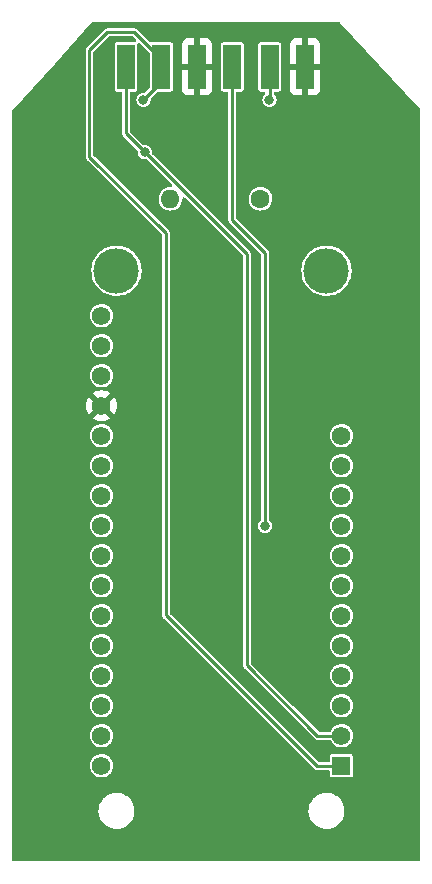
<source format=gbr>
%TF.GenerationSoftware,KiCad,Pcbnew,(6.0.7-1)-1*%
%TF.CreationDate,2022-08-08T08:03:07-05:00*%
%TF.ProjectId,Adafruit NeoPixel 8 Stick,41646166-7275-4697-9420-4e656f506978,rev?*%
%TF.SameCoordinates,Original*%
%TF.FileFunction,Copper,L2,Bot*%
%TF.FilePolarity,Positive*%
%FSLAX46Y46*%
G04 Gerber Fmt 4.6, Leading zero omitted, Abs format (unit mm)*
G04 Created by KiCad (PCBNEW (6.0.7-1)-1) date 2022-08-08 08:03:07*
%MOMM*%
%LPD*%
G01*
G04 APERTURE LIST*
%TA.AperFunction,ComponentPad*%
%ADD10R,1.570000X1.570000*%
%TD*%
%TA.AperFunction,ComponentPad*%
%ADD11C,1.570000*%
%TD*%
%TA.AperFunction,ComponentPad*%
%ADD12C,3.840000*%
%TD*%
%TA.AperFunction,ComponentPad*%
%ADD13C,1.600000*%
%TD*%
%TA.AperFunction,ComponentPad*%
%ADD14O,1.600000X1.600000*%
%TD*%
%TA.AperFunction,SMDPad,CuDef*%
%ADD15R,1.500000X3.800000*%
%TD*%
%TA.AperFunction,ViaPad*%
%ADD16C,0.800000*%
%TD*%
%TA.AperFunction,Conductor*%
%ADD17C,0.250000*%
%TD*%
G04 APERTURE END LIST*
D10*
%TO.P,MD1,0,P0.26/SDA*%
%TO.N,/SDA*%
X150368000Y-152908000D03*
D11*
%TO.P,MD1,1,P0.27/SCL*%
%TO.N,/SCL*%
X150368000Y-150368000D03*
%TO.P,MD1,2,P1.01/SDA1/UART1_RTS/SPI1_SCK/PWM3*%
%TO.N,unconnected-(MD1-Pad2)*%
X150368000Y-147828000D03*
%TO.P,MD1,3,P1.02/SCL1/UART1_CTS/SPI1_MOSI/PWM3*%
%TO.N,unconnected-(MD1-Pad3)*%
X150368000Y-145288000D03*
%TO.P,MD1,3.3V,3.3V*%
%TO.N,unconnected-(MD1-Pad3.3V)*%
X130048000Y-117348000D03*
%TO.P,MD1,4,P1.08/SPI1_MISO/PWM1*%
%TO.N,unconnected-(MD1-Pad4)*%
X150368000Y-142748000D03*
%TO.P,MD1,5,P1.10/PWM1*%
%TO.N,unconnected-(MD1-Pad5)*%
X150368000Y-140208000D03*
%TO.P,MD1,6,P1.11/PWM1*%
%TO.N,unconnected-(MD1-Pad6)*%
X150368000Y-137668000D03*
%TO.P,MD1,7,P1.12/PWM0*%
%TO.N,unconnected-(MD1-Pad7)*%
X150368000Y-135128000D03*
%TO.P,MD1,8,P1.03/PWM1*%
%TO.N,unconnected-(MD1-Pad8)*%
X150368000Y-132588000D03*
%TO.P,MD1,9,P0.06/UART1_TX*%
%TO.N,unconnected-(MD1-Pad9)*%
X130048000Y-150368000D03*
%TO.P,MD1,10,P0.08/UART1_RX*%
%TO.N,unconnected-(MD1-Pad10)*%
X130048000Y-147828000D03*
%TO.P,MD1,11,P1.14/SPI_MISO*%
%TO.N,unconnected-(MD1-Pad11)*%
X130048000Y-145288000D03*
%TO.P,MD1,12,P1.13/SPI_MOSI*%
%TO.N,unconnected-(MD1-Pad12)*%
X130048000Y-142748000D03*
%TO.P,MD1,13,P1.15/SPI_SCK*%
%TO.N,unconnected-(MD1-Pad13)*%
X130048000Y-140208000D03*
%TO.P,MD1,14,P0.31/PWM3/SPI_SS/ADC5*%
%TO.N,unconnected-(MD1-Pad14)*%
X130048000Y-137668000D03*
%TO.P,MD1,15,P0.30/PWM3/ADC4*%
%TO.N,unconnected-(MD1-Pad15)*%
X130048000Y-135128000D03*
%TO.P,MD1,16,P0.29/PWM2/ADC3*%
%TO.N,Net-(CN2-Pad3)*%
X130048000Y-132588000D03*
%TO.P,MD1,17,P0.28/PWM2/ADC2*%
%TO.N,unconnected-(MD1-Pad17)*%
X130048000Y-130048000D03*
%TO.P,MD1,18,P0.04/PWM2/ADC1*%
%TO.N,unconnected-(MD1-Pad18)*%
X130048000Y-127508000D03*
%TO.P,MD1,19,P0.03/PWM2/ADC0*%
%TO.N,unconnected-(MD1-Pad19)*%
X130048000Y-124968000D03*
%TO.P,MD1,20,P0.11/~{MODE}*%
%TO.N,unconnected-(MD1-Pad20)*%
X130048000Y-119888000D03*
D12*
%TO.P,MD1,21,MNT_1*%
%TO.N,unconnected-(MD1-Pad21)*%
X131318000Y-110998000D03*
%TO.P,MD1,22,MNT_2*%
%TO.N,unconnected-(MD1-Pad22)*%
X149098000Y-110998000D03*
D11*
%TO.P,MD1,ENABLE,ENABLE*%
%TO.N,unconnected-(MD1-PadENABLE)*%
X150368000Y-127508000D03*
%TO.P,MD1,GND,GND*%
%TO.N,GND*%
X130048000Y-122428000D03*
%TO.P,MD1,LiPo+,LiPo+*%
%TO.N,unconnected-(MD1-PadLiPo+)*%
X150368000Y-124968000D03*
%TO.P,MD1,NC,NC*%
%TO.N,unconnected-(MD1-PadNC)*%
X130048000Y-152908000D03*
%TO.P,MD1,RESET,P0.18/~{RESET}*%
%TO.N,unconnected-(MD1-PadRESET)*%
X130048000Y-114808000D03*
%TO.P,MD1,VBUS,VBUS*%
%TO.N,+5V*%
X150368000Y-130048000D03*
%TD*%
D13*
%TO.P,R1,1*%
%TO.N,Net-(R1-Pad1)*%
X143510000Y-104902000D03*
D14*
%TO.P,R1,2*%
%TO.N,Net-(R1-Pad2)*%
X135890000Y-104902000D03*
%TD*%
D15*
%TO.P,CN2,1,1*%
%TO.N,GND*%
X147288000Y-93726000D03*
%TO.P,CN2,2,2*%
%TO.N,+5V*%
X144288000Y-93726000D03*
%TO.P,CN2,3,3*%
%TO.N,Net-(CN2-Pad3)*%
X141128000Y-93726000D03*
%TO.P,CN2,4,4*%
%TO.N,GND*%
X138128000Y-93726000D03*
%TO.P,CN2,5,5*%
%TO.N,/SDA*%
X135128000Y-93726000D03*
%TO.P,CN2,6,6*%
%TO.N,/SCL*%
X132128000Y-93726000D03*
%TD*%
D16*
%TO.N,+5V*%
X144272000Y-96520000D03*
%TO.N,Net-(CN2-Pad3)*%
X143891000Y-132588000D03*
%TO.N,/SDA*%
X133604000Y-96520000D03*
%TO.N,/SCL*%
X133731000Y-100965000D03*
%TD*%
D17*
%TO.N,+5V*%
X144288000Y-96504000D02*
X144288000Y-93726000D01*
X144272000Y-96520000D02*
X144288000Y-96504000D01*
%TO.N,Net-(CN2-Pad3)*%
X141128000Y-106711000D02*
X143891000Y-109474000D01*
X143891000Y-109474000D02*
X143891000Y-132588000D01*
X141128000Y-93726000D02*
X141128000Y-106711000D01*
%TO.N,/SDA*%
X135509000Y-107823000D02*
X129032000Y-101346000D01*
X150368000Y-152908000D02*
X148255235Y-152908000D01*
X129032000Y-101346000D02*
X129032000Y-92329000D01*
X130556000Y-90805000D02*
X132842000Y-90805000D01*
X148255235Y-152908000D02*
X135509000Y-140161765D01*
X135128000Y-94996000D02*
X135128000Y-93726000D01*
X135509000Y-140161765D02*
X135509000Y-107823000D01*
X129032000Y-92329000D02*
X130556000Y-90805000D01*
X133604000Y-96520000D02*
X135128000Y-94996000D01*
X132842000Y-90805000D02*
X135128000Y-93091000D01*
%TO.N,/SCL*%
X132128000Y-99362000D02*
X133731000Y-100965000D01*
X148336000Y-150368000D02*
X142367000Y-144399000D01*
X142367000Y-144399000D02*
X142367000Y-109601000D01*
X142367000Y-109601000D02*
X133731000Y-100965000D01*
X150368000Y-150368000D02*
X148336000Y-150368000D01*
X132128000Y-93726000D02*
X132128000Y-99362000D01*
%TD*%
%TA.AperFunction,Conductor*%
%TO.N,GND*%
G36*
X139862223Y-89941499D02*
G01*
X150134028Y-89941499D01*
X150202149Y-89961501D01*
X150226272Y-89981667D01*
X156876719Y-97128909D01*
X156994744Y-97255751D01*
X157026504Y-97319247D01*
X157028500Y-97341583D01*
X157028500Y-160884500D01*
X157008498Y-160952621D01*
X156954842Y-160999114D01*
X156902500Y-161010500D01*
X122579500Y-161010500D01*
X122511379Y-160990498D01*
X122464886Y-160936842D01*
X122453500Y-160884500D01*
X122453500Y-156771237D01*
X129793482Y-156771237D01*
X129821605Y-157014294D01*
X129822984Y-157019168D01*
X129822985Y-157019172D01*
X129859637Y-157148697D01*
X129888226Y-157249728D01*
X129890360Y-157254303D01*
X129890362Y-157254310D01*
X129947632Y-157377124D01*
X129991632Y-157471482D01*
X130129161Y-157673851D01*
X130132638Y-157677528D01*
X130132643Y-157677534D01*
X130227333Y-157777665D01*
X130297277Y-157851628D01*
X130301303Y-157854706D01*
X130301304Y-157854707D01*
X130487633Y-157997167D01*
X130487637Y-157997170D01*
X130491653Y-158000240D01*
X130707289Y-158115863D01*
X130938637Y-158195522D01*
X130943620Y-158196383D01*
X130943625Y-158196384D01*
X131102486Y-158223824D01*
X131179745Y-158237169D01*
X131183702Y-158237349D01*
X131183705Y-158237349D01*
X131207637Y-158238436D01*
X131207656Y-158238436D01*
X131209056Y-158238500D01*
X131379485Y-158238500D01*
X131381993Y-158238298D01*
X131381998Y-158238298D01*
X131556848Y-158224230D01*
X131556852Y-158224229D01*
X131561890Y-158223824D01*
X131566798Y-158222618D01*
X131566801Y-158222618D01*
X131794592Y-158166667D01*
X131799506Y-158165460D01*
X131804158Y-158163485D01*
X131804162Y-158163484D01*
X132020076Y-158071834D01*
X132024734Y-158069857D01*
X132101806Y-158021322D01*
X132227500Y-157942168D01*
X132227503Y-157942166D01*
X132231779Y-157939473D01*
X132331420Y-157851628D01*
X132411518Y-157781013D01*
X132411521Y-157781010D01*
X132415315Y-157777665D01*
X132418526Y-157773756D01*
X132567412Y-157592499D01*
X132567414Y-157592496D01*
X132570620Y-157588593D01*
X132638780Y-157471482D01*
X132691156Y-157381492D01*
X132691157Y-157381490D01*
X132693698Y-157377124D01*
X132781383Y-157148697D01*
X132831418Y-156909189D01*
X132837683Y-156771237D01*
X147573482Y-156771237D01*
X147601605Y-157014294D01*
X147602984Y-157019168D01*
X147602985Y-157019172D01*
X147639637Y-157148697D01*
X147668226Y-157249728D01*
X147670360Y-157254303D01*
X147670362Y-157254310D01*
X147727632Y-157377124D01*
X147771632Y-157471482D01*
X147909161Y-157673851D01*
X147912638Y-157677528D01*
X147912643Y-157677534D01*
X148007333Y-157777665D01*
X148077277Y-157851628D01*
X148081303Y-157854706D01*
X148081304Y-157854707D01*
X148267633Y-157997167D01*
X148267637Y-157997170D01*
X148271653Y-158000240D01*
X148487289Y-158115863D01*
X148718637Y-158195522D01*
X148723620Y-158196383D01*
X148723625Y-158196384D01*
X148882486Y-158223824D01*
X148959745Y-158237169D01*
X148963702Y-158237349D01*
X148963705Y-158237349D01*
X148987637Y-158238436D01*
X148987656Y-158238436D01*
X148989056Y-158238500D01*
X149159485Y-158238500D01*
X149161993Y-158238298D01*
X149161998Y-158238298D01*
X149336848Y-158224230D01*
X149336852Y-158224229D01*
X149341890Y-158223824D01*
X149346798Y-158222618D01*
X149346801Y-158222618D01*
X149574592Y-158166667D01*
X149579506Y-158165460D01*
X149584158Y-158163485D01*
X149584162Y-158163484D01*
X149800076Y-158071834D01*
X149804734Y-158069857D01*
X149881806Y-158021322D01*
X150007500Y-157942168D01*
X150007503Y-157942166D01*
X150011779Y-157939473D01*
X150111420Y-157851628D01*
X150191518Y-157781013D01*
X150191521Y-157781010D01*
X150195315Y-157777665D01*
X150198526Y-157773756D01*
X150347412Y-157592499D01*
X150347414Y-157592496D01*
X150350620Y-157588593D01*
X150418780Y-157471482D01*
X150471156Y-157381492D01*
X150471157Y-157381490D01*
X150473698Y-157377124D01*
X150561383Y-157148697D01*
X150611418Y-156909189D01*
X150622518Y-156664763D01*
X150594395Y-156421706D01*
X150557767Y-156292263D01*
X150529152Y-156191141D01*
X150529151Y-156191139D01*
X150527774Y-156186272D01*
X150525640Y-156181697D01*
X150525638Y-156181690D01*
X150426504Y-155969099D01*
X150424368Y-155964518D01*
X150286839Y-155762149D01*
X150283362Y-155758472D01*
X150283357Y-155758466D01*
X150122205Y-155588054D01*
X150122204Y-155588053D01*
X150118723Y-155584372D01*
X150000302Y-155493832D01*
X149928367Y-155438833D01*
X149928363Y-155438830D01*
X149924347Y-155435760D01*
X149708711Y-155320137D01*
X149477363Y-155240478D01*
X149472380Y-155239617D01*
X149472375Y-155239616D01*
X149297933Y-155209485D01*
X149236255Y-155198831D01*
X149232298Y-155198651D01*
X149232295Y-155198651D01*
X149208363Y-155197564D01*
X149208344Y-155197564D01*
X149206944Y-155197500D01*
X149036515Y-155197500D01*
X149034007Y-155197702D01*
X149034002Y-155197702D01*
X148859152Y-155211770D01*
X148859148Y-155211771D01*
X148854110Y-155212176D01*
X148849202Y-155213382D01*
X148849199Y-155213382D01*
X148732171Y-155242127D01*
X148616494Y-155270540D01*
X148611842Y-155272515D01*
X148611838Y-155272516D01*
X148503535Y-155318488D01*
X148391266Y-155366143D01*
X148386982Y-155368841D01*
X148188500Y-155493832D01*
X148188497Y-155493834D01*
X148184221Y-155496527D01*
X148180427Y-155499872D01*
X148004482Y-155654987D01*
X148004479Y-155654990D01*
X148000685Y-155658335D01*
X147997475Y-155662243D01*
X147997474Y-155662244D01*
X147918437Y-155758466D01*
X147845380Y-155847407D01*
X147842838Y-155851775D01*
X147774554Y-155969099D01*
X147722302Y-156058876D01*
X147634617Y-156287303D01*
X147584582Y-156526811D01*
X147573482Y-156771237D01*
X132837683Y-156771237D01*
X132842518Y-156664763D01*
X132814395Y-156421706D01*
X132777767Y-156292263D01*
X132749152Y-156191141D01*
X132749151Y-156191139D01*
X132747774Y-156186272D01*
X132745640Y-156181697D01*
X132745638Y-156181690D01*
X132646504Y-155969099D01*
X132644368Y-155964518D01*
X132506839Y-155762149D01*
X132503362Y-155758472D01*
X132503357Y-155758466D01*
X132342205Y-155588054D01*
X132342204Y-155588053D01*
X132338723Y-155584372D01*
X132220302Y-155493832D01*
X132148367Y-155438833D01*
X132148363Y-155438830D01*
X132144347Y-155435760D01*
X131928711Y-155320137D01*
X131697363Y-155240478D01*
X131692380Y-155239617D01*
X131692375Y-155239616D01*
X131517933Y-155209485D01*
X131456255Y-155198831D01*
X131452298Y-155198651D01*
X131452295Y-155198651D01*
X131428363Y-155197564D01*
X131428344Y-155197564D01*
X131426944Y-155197500D01*
X131256515Y-155197500D01*
X131254007Y-155197702D01*
X131254002Y-155197702D01*
X131079152Y-155211770D01*
X131079148Y-155211771D01*
X131074110Y-155212176D01*
X131069202Y-155213382D01*
X131069199Y-155213382D01*
X130952171Y-155242127D01*
X130836494Y-155270540D01*
X130831842Y-155272515D01*
X130831838Y-155272516D01*
X130723535Y-155318488D01*
X130611266Y-155366143D01*
X130606982Y-155368841D01*
X130408500Y-155493832D01*
X130408497Y-155493834D01*
X130404221Y-155496527D01*
X130400427Y-155499872D01*
X130224482Y-155654987D01*
X130224479Y-155654990D01*
X130220685Y-155658335D01*
X130217475Y-155662243D01*
X130217474Y-155662244D01*
X130138437Y-155758466D01*
X130065380Y-155847407D01*
X130062838Y-155851775D01*
X129994554Y-155969099D01*
X129942302Y-156058876D01*
X129854617Y-156287303D01*
X129804582Y-156526811D01*
X129793482Y-156771237D01*
X122453500Y-156771237D01*
X122453500Y-152894129D01*
X129054613Y-152894129D01*
X129070837Y-153087343D01*
X129124282Y-153273726D01*
X129127098Y-153279205D01*
X129127099Y-153279208D01*
X129170009Y-153362700D01*
X129212911Y-153446178D01*
X129333347Y-153598132D01*
X129338041Y-153602127D01*
X129372262Y-153631251D01*
X129481005Y-153723799D01*
X129650260Y-153818392D01*
X129834664Y-153878308D01*
X130027194Y-153901266D01*
X130033329Y-153900794D01*
X130033331Y-153900794D01*
X130214375Y-153886864D01*
X130214379Y-153886863D01*
X130220517Y-153886391D01*
X130226449Y-153884735D01*
X130226453Y-153884734D01*
X130362487Y-153846752D01*
X130407268Y-153834249D01*
X130580335Y-153746826D01*
X130609809Y-153723799D01*
X130728265Y-153631251D01*
X130728266Y-153631250D01*
X130733126Y-153627453D01*
X130859820Y-153480676D01*
X130955593Y-153312086D01*
X131016795Y-153128105D01*
X131041097Y-152935740D01*
X131041484Y-152908000D01*
X131022563Y-152715031D01*
X131020782Y-152709132D01*
X131020781Y-152709127D01*
X130968303Y-152535312D01*
X130966522Y-152529413D01*
X130875494Y-152358214D01*
X130871604Y-152353444D01*
X130871601Y-152353440D01*
X130756836Y-152212725D01*
X130756834Y-152212723D01*
X130752947Y-152207957D01*
X130603549Y-152084364D01*
X130598132Y-152081435D01*
X130598129Y-152081433D01*
X130438411Y-151995074D01*
X130438406Y-151995072D01*
X130432991Y-151992144D01*
X130410287Y-151985116D01*
X130253655Y-151936630D01*
X130253652Y-151936629D01*
X130247768Y-151934808D01*
X130241643Y-151934164D01*
X130241642Y-151934164D01*
X130061064Y-151915184D01*
X130061063Y-151915184D01*
X130054936Y-151914540D01*
X129934787Y-151925474D01*
X129867981Y-151931554D01*
X129867980Y-151931554D01*
X129861840Y-151932113D01*
X129855926Y-151933854D01*
X129855924Y-151933854D01*
X129735667Y-151969248D01*
X129675834Y-151986858D01*
X129504005Y-152076688D01*
X129352896Y-152198183D01*
X129348937Y-152202901D01*
X129348936Y-152202902D01*
X129232221Y-152341997D01*
X129228263Y-152346714D01*
X129225300Y-152352103D01*
X129225297Y-152352108D01*
X129218949Y-152363656D01*
X129134854Y-152516625D01*
X129132993Y-152522492D01*
X129132992Y-152522494D01*
X129130797Y-152529413D01*
X129076226Y-152701443D01*
X129054613Y-152894129D01*
X122453500Y-152894129D01*
X122453500Y-150354129D01*
X129054613Y-150354129D01*
X129070837Y-150547343D01*
X129124282Y-150733726D01*
X129127098Y-150739205D01*
X129127099Y-150739208D01*
X129210095Y-150900699D01*
X129212911Y-150906178D01*
X129333347Y-151058132D01*
X129338041Y-151062127D01*
X129372262Y-151091251D01*
X129481005Y-151183799D01*
X129650260Y-151278392D01*
X129834664Y-151338308D01*
X130027194Y-151361266D01*
X130033329Y-151360794D01*
X130033331Y-151360794D01*
X130214375Y-151346864D01*
X130214379Y-151346863D01*
X130220517Y-151346391D01*
X130226449Y-151344735D01*
X130226453Y-151344734D01*
X130313893Y-151320320D01*
X130407268Y-151294249D01*
X130580335Y-151206826D01*
X130609809Y-151183799D01*
X130728265Y-151091251D01*
X130728266Y-151091250D01*
X130733126Y-151087453D01*
X130859820Y-150940676D01*
X130955593Y-150772086D01*
X131016795Y-150588105D01*
X131041097Y-150395740D01*
X131041484Y-150368000D01*
X131022563Y-150175031D01*
X131020782Y-150169132D01*
X131020781Y-150169127D01*
X130968303Y-149995312D01*
X130966522Y-149989413D01*
X130875494Y-149818214D01*
X130871604Y-149813444D01*
X130871601Y-149813440D01*
X130756836Y-149672725D01*
X130756834Y-149672723D01*
X130752947Y-149667957D01*
X130603549Y-149544364D01*
X130598132Y-149541435D01*
X130598129Y-149541433D01*
X130438411Y-149455074D01*
X130438406Y-149455072D01*
X130432991Y-149452144D01*
X130410287Y-149445116D01*
X130253655Y-149396630D01*
X130253652Y-149396629D01*
X130247768Y-149394808D01*
X130241643Y-149394164D01*
X130241642Y-149394164D01*
X130061064Y-149375184D01*
X130061063Y-149375184D01*
X130054936Y-149374540D01*
X129934787Y-149385474D01*
X129867981Y-149391554D01*
X129867980Y-149391554D01*
X129861840Y-149392113D01*
X129855926Y-149393854D01*
X129855924Y-149393854D01*
X129729485Y-149431068D01*
X129675834Y-149446858D01*
X129504005Y-149536688D01*
X129352896Y-149658183D01*
X129348937Y-149662901D01*
X129348936Y-149662902D01*
X129232221Y-149801997D01*
X129228263Y-149806714D01*
X129225300Y-149812103D01*
X129225297Y-149812108D01*
X129218949Y-149823656D01*
X129134854Y-149976625D01*
X129132993Y-149982492D01*
X129132992Y-149982494D01*
X129130797Y-149989413D01*
X129076226Y-150161443D01*
X129054613Y-150354129D01*
X122453500Y-150354129D01*
X122453500Y-147814129D01*
X129054613Y-147814129D01*
X129070837Y-148007343D01*
X129124282Y-148193726D01*
X129127098Y-148199205D01*
X129127099Y-148199208D01*
X129210095Y-148360699D01*
X129212911Y-148366178D01*
X129333347Y-148518132D01*
X129338041Y-148522127D01*
X129372262Y-148551251D01*
X129481005Y-148643799D01*
X129650260Y-148738392D01*
X129834664Y-148798308D01*
X130027194Y-148821266D01*
X130033329Y-148820794D01*
X130033331Y-148820794D01*
X130214375Y-148806864D01*
X130214379Y-148806863D01*
X130220517Y-148806391D01*
X130226449Y-148804735D01*
X130226453Y-148804734D01*
X130313892Y-148780320D01*
X130407268Y-148754249D01*
X130580335Y-148666826D01*
X130609809Y-148643799D01*
X130728265Y-148551251D01*
X130728266Y-148551250D01*
X130733126Y-148547453D01*
X130859820Y-148400676D01*
X130955593Y-148232086D01*
X131016795Y-148048105D01*
X131041097Y-147855740D01*
X131041484Y-147828000D01*
X131022563Y-147635031D01*
X131020782Y-147629132D01*
X131020781Y-147629127D01*
X130968303Y-147455312D01*
X130966522Y-147449413D01*
X130875494Y-147278214D01*
X130871604Y-147273444D01*
X130871601Y-147273440D01*
X130756836Y-147132725D01*
X130756834Y-147132723D01*
X130752947Y-147127957D01*
X130603549Y-147004364D01*
X130598132Y-147001435D01*
X130598129Y-147001433D01*
X130438411Y-146915074D01*
X130438406Y-146915072D01*
X130432991Y-146912144D01*
X130410287Y-146905116D01*
X130253655Y-146856630D01*
X130253652Y-146856629D01*
X130247768Y-146854808D01*
X130241643Y-146854164D01*
X130241642Y-146854164D01*
X130061064Y-146835184D01*
X130061063Y-146835184D01*
X130054936Y-146834540D01*
X129934787Y-146845474D01*
X129867981Y-146851554D01*
X129867980Y-146851554D01*
X129861840Y-146852113D01*
X129855926Y-146853854D01*
X129855924Y-146853854D01*
X129729485Y-146891068D01*
X129675834Y-146906858D01*
X129504005Y-146996688D01*
X129352896Y-147118183D01*
X129348937Y-147122901D01*
X129348936Y-147122902D01*
X129232221Y-147261997D01*
X129228263Y-147266714D01*
X129225300Y-147272103D01*
X129225297Y-147272108D01*
X129218949Y-147283656D01*
X129134854Y-147436625D01*
X129132993Y-147442492D01*
X129132992Y-147442494D01*
X129130797Y-147449413D01*
X129076226Y-147621443D01*
X129054613Y-147814129D01*
X122453500Y-147814129D01*
X122453500Y-145274129D01*
X129054613Y-145274129D01*
X129070837Y-145467343D01*
X129124282Y-145653726D01*
X129127098Y-145659205D01*
X129127099Y-145659208D01*
X129210095Y-145820699D01*
X129212911Y-145826178D01*
X129333347Y-145978132D01*
X129338041Y-145982127D01*
X129372262Y-146011251D01*
X129481005Y-146103799D01*
X129650260Y-146198392D01*
X129834664Y-146258308D01*
X130027194Y-146281266D01*
X130033329Y-146280794D01*
X130033331Y-146280794D01*
X130214375Y-146266864D01*
X130214379Y-146266863D01*
X130220517Y-146266391D01*
X130226449Y-146264735D01*
X130226453Y-146264734D01*
X130313892Y-146240320D01*
X130407268Y-146214249D01*
X130580335Y-146126826D01*
X130609809Y-146103799D01*
X130728265Y-146011251D01*
X130728266Y-146011250D01*
X130733126Y-146007453D01*
X130859820Y-145860676D01*
X130955593Y-145692086D01*
X131016795Y-145508105D01*
X131041097Y-145315740D01*
X131041484Y-145288000D01*
X131022563Y-145095031D01*
X131020782Y-145089132D01*
X131020781Y-145089127D01*
X130968303Y-144915312D01*
X130966522Y-144909413D01*
X130875494Y-144738214D01*
X130871604Y-144733444D01*
X130871601Y-144733440D01*
X130756836Y-144592725D01*
X130756834Y-144592723D01*
X130752947Y-144587957D01*
X130603549Y-144464364D01*
X130598132Y-144461435D01*
X130598129Y-144461433D01*
X130438411Y-144375074D01*
X130438406Y-144375072D01*
X130432991Y-144372144D01*
X130410287Y-144365116D01*
X130253655Y-144316630D01*
X130253652Y-144316629D01*
X130247768Y-144314808D01*
X130241643Y-144314164D01*
X130241642Y-144314164D01*
X130061064Y-144295184D01*
X130061063Y-144295184D01*
X130054936Y-144294540D01*
X129934787Y-144305474D01*
X129867981Y-144311554D01*
X129867980Y-144311554D01*
X129861840Y-144312113D01*
X129855926Y-144313854D01*
X129855924Y-144313854D01*
X129729485Y-144351068D01*
X129675834Y-144366858D01*
X129504005Y-144456688D01*
X129352896Y-144578183D01*
X129348937Y-144582901D01*
X129348936Y-144582902D01*
X129296434Y-144645471D01*
X129228263Y-144726714D01*
X129225300Y-144732103D01*
X129225297Y-144732108D01*
X129218949Y-144743656D01*
X129134854Y-144896625D01*
X129132993Y-144902492D01*
X129132992Y-144902494D01*
X129130797Y-144909413D01*
X129076226Y-145081443D01*
X129054613Y-145274129D01*
X122453500Y-145274129D01*
X122453500Y-142734129D01*
X129054613Y-142734129D01*
X129070837Y-142927343D01*
X129124282Y-143113726D01*
X129127098Y-143119205D01*
X129127099Y-143119208D01*
X129210095Y-143280699D01*
X129212911Y-143286178D01*
X129333347Y-143438132D01*
X129338041Y-143442127D01*
X129372262Y-143471251D01*
X129481005Y-143563799D01*
X129650260Y-143658392D01*
X129834664Y-143718308D01*
X130027194Y-143741266D01*
X130033329Y-143740794D01*
X130033331Y-143740794D01*
X130214375Y-143726864D01*
X130214379Y-143726863D01*
X130220517Y-143726391D01*
X130226449Y-143724735D01*
X130226453Y-143724734D01*
X130313892Y-143700320D01*
X130407268Y-143674249D01*
X130580335Y-143586826D01*
X130609809Y-143563799D01*
X130728265Y-143471251D01*
X130728266Y-143471250D01*
X130733126Y-143467453D01*
X130859820Y-143320676D01*
X130955593Y-143152086D01*
X131016795Y-142968105D01*
X131041097Y-142775740D01*
X131041484Y-142748000D01*
X131022563Y-142555031D01*
X131020782Y-142549132D01*
X131020781Y-142549127D01*
X130968303Y-142375312D01*
X130966522Y-142369413D01*
X130875494Y-142198214D01*
X130871604Y-142193444D01*
X130871601Y-142193440D01*
X130756836Y-142052725D01*
X130756834Y-142052723D01*
X130752947Y-142047957D01*
X130603549Y-141924364D01*
X130598132Y-141921435D01*
X130598129Y-141921433D01*
X130438411Y-141835074D01*
X130438406Y-141835072D01*
X130432991Y-141832144D01*
X130410287Y-141825116D01*
X130253655Y-141776630D01*
X130253652Y-141776629D01*
X130247768Y-141774808D01*
X130241643Y-141774164D01*
X130241642Y-141774164D01*
X130061064Y-141755184D01*
X130061063Y-141755184D01*
X130054936Y-141754540D01*
X129934787Y-141765474D01*
X129867981Y-141771554D01*
X129867980Y-141771554D01*
X129861840Y-141772113D01*
X129855926Y-141773854D01*
X129855924Y-141773854D01*
X129729485Y-141811068D01*
X129675834Y-141826858D01*
X129504005Y-141916688D01*
X129352896Y-142038183D01*
X129348937Y-142042901D01*
X129348936Y-142042902D01*
X129232221Y-142181997D01*
X129228263Y-142186714D01*
X129225300Y-142192103D01*
X129225297Y-142192108D01*
X129218949Y-142203656D01*
X129134854Y-142356625D01*
X129132993Y-142362492D01*
X129132992Y-142362494D01*
X129130797Y-142369413D01*
X129076226Y-142541443D01*
X129054613Y-142734129D01*
X122453500Y-142734129D01*
X122453500Y-140194129D01*
X129054613Y-140194129D01*
X129070837Y-140387343D01*
X129124282Y-140573726D01*
X129127098Y-140579205D01*
X129127099Y-140579208D01*
X129210095Y-140740699D01*
X129212911Y-140746178D01*
X129333347Y-140898132D01*
X129338041Y-140902127D01*
X129372262Y-140931251D01*
X129481005Y-141023799D01*
X129650260Y-141118392D01*
X129834664Y-141178308D01*
X130027194Y-141201266D01*
X130033329Y-141200794D01*
X130033331Y-141200794D01*
X130214375Y-141186864D01*
X130214379Y-141186863D01*
X130220517Y-141186391D01*
X130226449Y-141184735D01*
X130226453Y-141184734D01*
X130313892Y-141160320D01*
X130407268Y-141134249D01*
X130580335Y-141046826D01*
X130609809Y-141023799D01*
X130728265Y-140931251D01*
X130728266Y-140931250D01*
X130733126Y-140927453D01*
X130859820Y-140780676D01*
X130955593Y-140612086D01*
X131016795Y-140428105D01*
X131028679Y-140334037D01*
X131040655Y-140239242D01*
X131040656Y-140239235D01*
X131041097Y-140235740D01*
X131041484Y-140208000D01*
X131022563Y-140015031D01*
X131020782Y-140009132D01*
X131020781Y-140009127D01*
X130968303Y-139835312D01*
X130966522Y-139829413D01*
X130875494Y-139658214D01*
X130871604Y-139653444D01*
X130871601Y-139653440D01*
X130756836Y-139512725D01*
X130756834Y-139512723D01*
X130752947Y-139507957D01*
X130603549Y-139384364D01*
X130598132Y-139381435D01*
X130598129Y-139381433D01*
X130438411Y-139295074D01*
X130438406Y-139295072D01*
X130432991Y-139292144D01*
X130410287Y-139285116D01*
X130253655Y-139236630D01*
X130253652Y-139236629D01*
X130247768Y-139234808D01*
X130241643Y-139234164D01*
X130241642Y-139234164D01*
X130061064Y-139215184D01*
X130061063Y-139215184D01*
X130054936Y-139214540D01*
X129934787Y-139225474D01*
X129867981Y-139231554D01*
X129867980Y-139231554D01*
X129861840Y-139232113D01*
X129855926Y-139233854D01*
X129855924Y-139233854D01*
X129729485Y-139271068D01*
X129675834Y-139286858D01*
X129504005Y-139376688D01*
X129352896Y-139498183D01*
X129348937Y-139502901D01*
X129348936Y-139502902D01*
X129232221Y-139641997D01*
X129228263Y-139646714D01*
X129225300Y-139652103D01*
X129225297Y-139652108D01*
X129218949Y-139663656D01*
X129134854Y-139816625D01*
X129132993Y-139822492D01*
X129132992Y-139822494D01*
X129130797Y-139829413D01*
X129076226Y-140001443D01*
X129054613Y-140194129D01*
X122453500Y-140194129D01*
X122453500Y-137654129D01*
X129054613Y-137654129D01*
X129070837Y-137847343D01*
X129124282Y-138033726D01*
X129127098Y-138039205D01*
X129127099Y-138039208D01*
X129210095Y-138200699D01*
X129212911Y-138206178D01*
X129333347Y-138358132D01*
X129338041Y-138362127D01*
X129372262Y-138391251D01*
X129481005Y-138483799D01*
X129650260Y-138578392D01*
X129834664Y-138638308D01*
X130027194Y-138661266D01*
X130033329Y-138660794D01*
X130033331Y-138660794D01*
X130214375Y-138646864D01*
X130214379Y-138646863D01*
X130220517Y-138646391D01*
X130226449Y-138644735D01*
X130226453Y-138644734D01*
X130313892Y-138620320D01*
X130407268Y-138594249D01*
X130580335Y-138506826D01*
X130609809Y-138483799D01*
X130728265Y-138391251D01*
X130728266Y-138391250D01*
X130733126Y-138387453D01*
X130859820Y-138240676D01*
X130955593Y-138072086D01*
X131016795Y-137888105D01*
X131041097Y-137695740D01*
X131041484Y-137668000D01*
X131022563Y-137475031D01*
X131020782Y-137469132D01*
X131020781Y-137469127D01*
X130968303Y-137295312D01*
X130966522Y-137289413D01*
X130875494Y-137118214D01*
X130871604Y-137113444D01*
X130871601Y-137113440D01*
X130756836Y-136972725D01*
X130756834Y-136972723D01*
X130752947Y-136967957D01*
X130603549Y-136844364D01*
X130598132Y-136841435D01*
X130598129Y-136841433D01*
X130438411Y-136755074D01*
X130438406Y-136755072D01*
X130432991Y-136752144D01*
X130410287Y-136745116D01*
X130253655Y-136696630D01*
X130253652Y-136696629D01*
X130247768Y-136694808D01*
X130241643Y-136694164D01*
X130241642Y-136694164D01*
X130061064Y-136675184D01*
X130061063Y-136675184D01*
X130054936Y-136674540D01*
X129934787Y-136685474D01*
X129867981Y-136691554D01*
X129867980Y-136691554D01*
X129861840Y-136692113D01*
X129855926Y-136693854D01*
X129855924Y-136693854D01*
X129729485Y-136731068D01*
X129675834Y-136746858D01*
X129504005Y-136836688D01*
X129352896Y-136958183D01*
X129348937Y-136962901D01*
X129348936Y-136962902D01*
X129232221Y-137101997D01*
X129228263Y-137106714D01*
X129225300Y-137112103D01*
X129225297Y-137112108D01*
X129218949Y-137123656D01*
X129134854Y-137276625D01*
X129132993Y-137282492D01*
X129132992Y-137282494D01*
X129130797Y-137289413D01*
X129076226Y-137461443D01*
X129054613Y-137654129D01*
X122453500Y-137654129D01*
X122453500Y-135114129D01*
X129054613Y-135114129D01*
X129070837Y-135307343D01*
X129124282Y-135493726D01*
X129127098Y-135499205D01*
X129127099Y-135499208D01*
X129210095Y-135660699D01*
X129212911Y-135666178D01*
X129333347Y-135818132D01*
X129338041Y-135822127D01*
X129372262Y-135851251D01*
X129481005Y-135943799D01*
X129650260Y-136038392D01*
X129834664Y-136098308D01*
X130027194Y-136121266D01*
X130033329Y-136120794D01*
X130033331Y-136120794D01*
X130214375Y-136106864D01*
X130214379Y-136106863D01*
X130220517Y-136106391D01*
X130226449Y-136104735D01*
X130226453Y-136104734D01*
X130313892Y-136080320D01*
X130407268Y-136054249D01*
X130580335Y-135966826D01*
X130609809Y-135943799D01*
X130728265Y-135851251D01*
X130728266Y-135851250D01*
X130733126Y-135847453D01*
X130859820Y-135700676D01*
X130955593Y-135532086D01*
X131016795Y-135348105D01*
X131041097Y-135155740D01*
X131041484Y-135128000D01*
X131022563Y-134935031D01*
X131020782Y-134929132D01*
X131020781Y-134929127D01*
X130968303Y-134755312D01*
X130966522Y-134749413D01*
X130875494Y-134578214D01*
X130871604Y-134573444D01*
X130871601Y-134573440D01*
X130756836Y-134432725D01*
X130756834Y-134432723D01*
X130752947Y-134427957D01*
X130603549Y-134304364D01*
X130598132Y-134301435D01*
X130598129Y-134301433D01*
X130438411Y-134215074D01*
X130438406Y-134215072D01*
X130432991Y-134212144D01*
X130410287Y-134205116D01*
X130253655Y-134156630D01*
X130253652Y-134156629D01*
X130247768Y-134154808D01*
X130241643Y-134154164D01*
X130241642Y-134154164D01*
X130061064Y-134135184D01*
X130061063Y-134135184D01*
X130054936Y-134134540D01*
X129934787Y-134145474D01*
X129867981Y-134151554D01*
X129867980Y-134151554D01*
X129861840Y-134152113D01*
X129855926Y-134153854D01*
X129855924Y-134153854D01*
X129729485Y-134191068D01*
X129675834Y-134206858D01*
X129504005Y-134296688D01*
X129352896Y-134418183D01*
X129348937Y-134422901D01*
X129348936Y-134422902D01*
X129232221Y-134561997D01*
X129228263Y-134566714D01*
X129225300Y-134572103D01*
X129225297Y-134572108D01*
X129218949Y-134583656D01*
X129134854Y-134736625D01*
X129132993Y-134742492D01*
X129132992Y-134742494D01*
X129130797Y-134749413D01*
X129076226Y-134921443D01*
X129054613Y-135114129D01*
X122453500Y-135114129D01*
X122453500Y-132574129D01*
X129054613Y-132574129D01*
X129070837Y-132767343D01*
X129124282Y-132953726D01*
X129127098Y-132959205D01*
X129127099Y-132959208D01*
X129204752Y-133110302D01*
X129212911Y-133126178D01*
X129333347Y-133278132D01*
X129338041Y-133282127D01*
X129372262Y-133311251D01*
X129481005Y-133403799D01*
X129650260Y-133498392D01*
X129834664Y-133558308D01*
X130027194Y-133581266D01*
X130033329Y-133580794D01*
X130033331Y-133580794D01*
X130214375Y-133566864D01*
X130214379Y-133566863D01*
X130220517Y-133566391D01*
X130226449Y-133564735D01*
X130226453Y-133564734D01*
X130313892Y-133540320D01*
X130407268Y-133514249D01*
X130580335Y-133426826D01*
X130609809Y-133403799D01*
X130728265Y-133311251D01*
X130728266Y-133311250D01*
X130733126Y-133307453D01*
X130859820Y-133160676D01*
X130955593Y-132992086D01*
X131016795Y-132808105D01*
X131041097Y-132615740D01*
X131041484Y-132588000D01*
X131022563Y-132395031D01*
X131020782Y-132389132D01*
X131020781Y-132389127D01*
X130968303Y-132215312D01*
X130966522Y-132209413D01*
X130900507Y-132085257D01*
X130878388Y-132043656D01*
X130878386Y-132043653D01*
X130875494Y-132038214D01*
X130871604Y-132033444D01*
X130871601Y-132033440D01*
X130756836Y-131892725D01*
X130756834Y-131892723D01*
X130752947Y-131887957D01*
X130603549Y-131764364D01*
X130598132Y-131761435D01*
X130598129Y-131761433D01*
X130438411Y-131675074D01*
X130438406Y-131675072D01*
X130432991Y-131672144D01*
X130410287Y-131665116D01*
X130253655Y-131616630D01*
X130253652Y-131616629D01*
X130247768Y-131614808D01*
X130241643Y-131614164D01*
X130241642Y-131614164D01*
X130061064Y-131595184D01*
X130061063Y-131595184D01*
X130054936Y-131594540D01*
X129934787Y-131605474D01*
X129867981Y-131611554D01*
X129867980Y-131611554D01*
X129861840Y-131612113D01*
X129855926Y-131613854D01*
X129855924Y-131613854D01*
X129729485Y-131651068D01*
X129675834Y-131666858D01*
X129504005Y-131756688D01*
X129352896Y-131878183D01*
X129348937Y-131882901D01*
X129348936Y-131882902D01*
X129236300Y-132017136D01*
X129228263Y-132026714D01*
X129225300Y-132032103D01*
X129225297Y-132032108D01*
X129178574Y-132117098D01*
X129134854Y-132196625D01*
X129132993Y-132202492D01*
X129132992Y-132202494D01*
X129130797Y-132209413D01*
X129076226Y-132381443D01*
X129054613Y-132574129D01*
X122453500Y-132574129D01*
X122453500Y-130034129D01*
X129054613Y-130034129D01*
X129070837Y-130227343D01*
X129124282Y-130413726D01*
X129127098Y-130419205D01*
X129127099Y-130419208D01*
X129210095Y-130580699D01*
X129212911Y-130586178D01*
X129333347Y-130738132D01*
X129338041Y-130742127D01*
X129372262Y-130771251D01*
X129481005Y-130863799D01*
X129650260Y-130958392D01*
X129834664Y-131018308D01*
X130027194Y-131041266D01*
X130033329Y-131040794D01*
X130033331Y-131040794D01*
X130214375Y-131026864D01*
X130214379Y-131026863D01*
X130220517Y-131026391D01*
X130226449Y-131024735D01*
X130226453Y-131024734D01*
X130313892Y-131000320D01*
X130407268Y-130974249D01*
X130580335Y-130886826D01*
X130609809Y-130863799D01*
X130728265Y-130771251D01*
X130728266Y-130771250D01*
X130733126Y-130767453D01*
X130859820Y-130620676D01*
X130955593Y-130452086D01*
X131016795Y-130268105D01*
X131041097Y-130075740D01*
X131041484Y-130048000D01*
X131022563Y-129855031D01*
X131020782Y-129849132D01*
X131020781Y-129849127D01*
X130968303Y-129675312D01*
X130966522Y-129669413D01*
X130875494Y-129498214D01*
X130871604Y-129493444D01*
X130871601Y-129493440D01*
X130756836Y-129352725D01*
X130756834Y-129352723D01*
X130752947Y-129347957D01*
X130603549Y-129224364D01*
X130598132Y-129221435D01*
X130598129Y-129221433D01*
X130438411Y-129135074D01*
X130438406Y-129135072D01*
X130432991Y-129132144D01*
X130410287Y-129125116D01*
X130253655Y-129076630D01*
X130253652Y-129076629D01*
X130247768Y-129074808D01*
X130241643Y-129074164D01*
X130241642Y-129074164D01*
X130061064Y-129055184D01*
X130061063Y-129055184D01*
X130054936Y-129054540D01*
X129934787Y-129065474D01*
X129867981Y-129071554D01*
X129867980Y-129071554D01*
X129861840Y-129072113D01*
X129855926Y-129073854D01*
X129855924Y-129073854D01*
X129729485Y-129111068D01*
X129675834Y-129126858D01*
X129504005Y-129216688D01*
X129352896Y-129338183D01*
X129348937Y-129342901D01*
X129348936Y-129342902D01*
X129232221Y-129481997D01*
X129228263Y-129486714D01*
X129225300Y-129492103D01*
X129225297Y-129492108D01*
X129218949Y-129503656D01*
X129134854Y-129656625D01*
X129132993Y-129662492D01*
X129132992Y-129662494D01*
X129130797Y-129669413D01*
X129076226Y-129841443D01*
X129054613Y-130034129D01*
X122453500Y-130034129D01*
X122453500Y-127494129D01*
X129054613Y-127494129D01*
X129070837Y-127687343D01*
X129124282Y-127873726D01*
X129127098Y-127879205D01*
X129127099Y-127879208D01*
X129210095Y-128040699D01*
X129212911Y-128046178D01*
X129333347Y-128198132D01*
X129338041Y-128202127D01*
X129372262Y-128231251D01*
X129481005Y-128323799D01*
X129650260Y-128418392D01*
X129834664Y-128478308D01*
X130027194Y-128501266D01*
X130033329Y-128500794D01*
X130033331Y-128500794D01*
X130214375Y-128486864D01*
X130214379Y-128486863D01*
X130220517Y-128486391D01*
X130226449Y-128484735D01*
X130226453Y-128484734D01*
X130313892Y-128460320D01*
X130407268Y-128434249D01*
X130580335Y-128346826D01*
X130609809Y-128323799D01*
X130728265Y-128231251D01*
X130728266Y-128231250D01*
X130733126Y-128227453D01*
X130859820Y-128080676D01*
X130955593Y-127912086D01*
X131016795Y-127728105D01*
X131041097Y-127535740D01*
X131041484Y-127508000D01*
X131022563Y-127315031D01*
X131020782Y-127309132D01*
X131020781Y-127309127D01*
X130968303Y-127135312D01*
X130966522Y-127129413D01*
X130875494Y-126958214D01*
X130871604Y-126953444D01*
X130871601Y-126953440D01*
X130756836Y-126812725D01*
X130756834Y-126812723D01*
X130752947Y-126807957D01*
X130603549Y-126684364D01*
X130598132Y-126681435D01*
X130598129Y-126681433D01*
X130438411Y-126595074D01*
X130438406Y-126595072D01*
X130432991Y-126592144D01*
X130410287Y-126585116D01*
X130253655Y-126536630D01*
X130253652Y-126536629D01*
X130247768Y-126534808D01*
X130241643Y-126534164D01*
X130241642Y-126534164D01*
X130061064Y-126515184D01*
X130061063Y-126515184D01*
X130054936Y-126514540D01*
X129934787Y-126525474D01*
X129867981Y-126531554D01*
X129867980Y-126531554D01*
X129861840Y-126532113D01*
X129855926Y-126533854D01*
X129855924Y-126533854D01*
X129729485Y-126571068D01*
X129675834Y-126586858D01*
X129504005Y-126676688D01*
X129352896Y-126798183D01*
X129348937Y-126802901D01*
X129348936Y-126802902D01*
X129232221Y-126941997D01*
X129228263Y-126946714D01*
X129225300Y-126952103D01*
X129225297Y-126952108D01*
X129218949Y-126963656D01*
X129134854Y-127116625D01*
X129132993Y-127122492D01*
X129132992Y-127122494D01*
X129130797Y-127129413D01*
X129076226Y-127301443D01*
X129054613Y-127494129D01*
X122453500Y-127494129D01*
X122453500Y-124954129D01*
X129054613Y-124954129D01*
X129070837Y-125147343D01*
X129124282Y-125333726D01*
X129127098Y-125339205D01*
X129127099Y-125339208D01*
X129210095Y-125500699D01*
X129212911Y-125506178D01*
X129333347Y-125658132D01*
X129338041Y-125662127D01*
X129372262Y-125691251D01*
X129481005Y-125783799D01*
X129650260Y-125878392D01*
X129834664Y-125938308D01*
X130027194Y-125961266D01*
X130033329Y-125960794D01*
X130033331Y-125960794D01*
X130214375Y-125946864D01*
X130214379Y-125946863D01*
X130220517Y-125946391D01*
X130226449Y-125944735D01*
X130226453Y-125944734D01*
X130313892Y-125920320D01*
X130407268Y-125894249D01*
X130580335Y-125806826D01*
X130609809Y-125783799D01*
X130728265Y-125691251D01*
X130728266Y-125691250D01*
X130733126Y-125687453D01*
X130859820Y-125540676D01*
X130955593Y-125372086D01*
X131016795Y-125188105D01*
X131041097Y-124995740D01*
X131041484Y-124968000D01*
X131022563Y-124775031D01*
X131020782Y-124769132D01*
X131020781Y-124769127D01*
X130968303Y-124595312D01*
X130966522Y-124589413D01*
X130875494Y-124418214D01*
X130871604Y-124413444D01*
X130871601Y-124413440D01*
X130756836Y-124272725D01*
X130756834Y-124272723D01*
X130752947Y-124267957D01*
X130603549Y-124144364D01*
X130598132Y-124141435D01*
X130598129Y-124141433D01*
X130438411Y-124055074D01*
X130438406Y-124055072D01*
X130432991Y-124052144D01*
X130410287Y-124045116D01*
X130253655Y-123996630D01*
X130253652Y-123996629D01*
X130247768Y-123994808D01*
X130241643Y-123994164D01*
X130241642Y-123994164D01*
X130062369Y-123975321D01*
X130055088Y-123972325D01*
X130051706Y-123974103D01*
X130038300Y-123976054D01*
X129867981Y-123991554D01*
X129867980Y-123991554D01*
X129861840Y-123992113D01*
X129855926Y-123993854D01*
X129855924Y-123993854D01*
X129729485Y-124031068D01*
X129675834Y-124046858D01*
X129504005Y-124136688D01*
X129352896Y-124258183D01*
X129348937Y-124262901D01*
X129348936Y-124262902D01*
X129232221Y-124401997D01*
X129228263Y-124406714D01*
X129225300Y-124412103D01*
X129225297Y-124412108D01*
X129218949Y-124423656D01*
X129134854Y-124576625D01*
X129132993Y-124582492D01*
X129132992Y-124582494D01*
X129130797Y-124589413D01*
X129076226Y-124761443D01*
X129054613Y-124954129D01*
X122453500Y-124954129D01*
X122453500Y-123503292D01*
X129337263Y-123503292D01*
X129346559Y-123515307D01*
X129394522Y-123548891D01*
X129404017Y-123554374D01*
X129599097Y-123645341D01*
X129609389Y-123649087D01*
X129817300Y-123704796D01*
X129828095Y-123706699D01*
X130037862Y-123725052D01*
X130047444Y-123728800D01*
X130052874Y-123726066D01*
X130064558Y-123724490D01*
X130267905Y-123706699D01*
X130278700Y-123704796D01*
X130486611Y-123649087D01*
X130496903Y-123645341D01*
X130691983Y-123554374D01*
X130701478Y-123548891D01*
X130750278Y-123514721D01*
X130758654Y-123504242D01*
X130751586Y-123490796D01*
X130060812Y-122800022D01*
X130046868Y-122792408D01*
X130045035Y-122792539D01*
X130038420Y-122796790D01*
X129343693Y-123491517D01*
X129337263Y-123503292D01*
X122453500Y-123503292D01*
X122453500Y-122433475D01*
X128750540Y-122433475D01*
X128769301Y-122647905D01*
X128771204Y-122658700D01*
X128826913Y-122866611D01*
X128830659Y-122876903D01*
X128921629Y-123071988D01*
X128927107Y-123081474D01*
X128961279Y-123130278D01*
X128971757Y-123138653D01*
X128985205Y-123131585D01*
X129675978Y-122440812D01*
X129682356Y-122429132D01*
X130412408Y-122429132D01*
X130412539Y-122430965D01*
X130416790Y-122437580D01*
X131111517Y-123132307D01*
X131123291Y-123138737D01*
X131135307Y-123129440D01*
X131168893Y-123081474D01*
X131174371Y-123071988D01*
X131265341Y-122876903D01*
X131269087Y-122866611D01*
X131324796Y-122658700D01*
X131326699Y-122647905D01*
X131345460Y-122433475D01*
X131345460Y-122422525D01*
X131326699Y-122208095D01*
X131324796Y-122197300D01*
X131269087Y-121989389D01*
X131265341Y-121979097D01*
X131174371Y-121784012D01*
X131168893Y-121774526D01*
X131134721Y-121725722D01*
X131124243Y-121717347D01*
X131110795Y-121724415D01*
X130420022Y-122415188D01*
X130412408Y-122429132D01*
X129682356Y-122429132D01*
X129683592Y-122426868D01*
X129683461Y-122425035D01*
X129679210Y-122418420D01*
X128984483Y-121723693D01*
X128972709Y-121717263D01*
X128960693Y-121726560D01*
X128927107Y-121774526D01*
X128921629Y-121784012D01*
X128830659Y-121979097D01*
X128826913Y-121989389D01*
X128771204Y-122197300D01*
X128769301Y-122208095D01*
X128750540Y-122422525D01*
X128750540Y-122433475D01*
X122453500Y-122433475D01*
X122453500Y-121351757D01*
X129337347Y-121351757D01*
X129344415Y-121365205D01*
X130035188Y-122055978D01*
X130049132Y-122063592D01*
X130050965Y-122063461D01*
X130057580Y-122059210D01*
X130752307Y-121364483D01*
X130758737Y-121352708D01*
X130749441Y-121340693D01*
X130701478Y-121307109D01*
X130691983Y-121301626D01*
X130496903Y-121210659D01*
X130486611Y-121206913D01*
X130278700Y-121151204D01*
X130267893Y-121149299D01*
X130051970Y-121130407D01*
X130046671Y-121128334D01*
X130026252Y-121131964D01*
X129828095Y-121149301D01*
X129817300Y-121151204D01*
X129609389Y-121206913D01*
X129599097Y-121210659D01*
X129404012Y-121301629D01*
X129394526Y-121307107D01*
X129345722Y-121341279D01*
X129337347Y-121351757D01*
X122453500Y-121351757D01*
X122453500Y-119874129D01*
X129054613Y-119874129D01*
X129070837Y-120067343D01*
X129124282Y-120253726D01*
X129127098Y-120259205D01*
X129127099Y-120259208D01*
X129210095Y-120420699D01*
X129212911Y-120426178D01*
X129333347Y-120578132D01*
X129338041Y-120582127D01*
X129372262Y-120611251D01*
X129481005Y-120703799D01*
X129650260Y-120798392D01*
X129834664Y-120858308D01*
X130027194Y-120881266D01*
X130026948Y-120883329D01*
X130031582Y-120884797D01*
X130038126Y-120881357D01*
X130053280Y-120879259D01*
X130124117Y-120873808D01*
X130214376Y-120866864D01*
X130214381Y-120866863D01*
X130220517Y-120866391D01*
X130226449Y-120864735D01*
X130226453Y-120864734D01*
X130313893Y-120840320D01*
X130407268Y-120814249D01*
X130580335Y-120726826D01*
X130609809Y-120703799D01*
X130728265Y-120611251D01*
X130728266Y-120611250D01*
X130733126Y-120607453D01*
X130859820Y-120460676D01*
X130955593Y-120292086D01*
X131016795Y-120108105D01*
X131041097Y-119915740D01*
X131041484Y-119888000D01*
X131022563Y-119695031D01*
X131020782Y-119689132D01*
X131020781Y-119689127D01*
X130968303Y-119515312D01*
X130966522Y-119509413D01*
X130875494Y-119338214D01*
X130871604Y-119333444D01*
X130871601Y-119333440D01*
X130756836Y-119192725D01*
X130756834Y-119192723D01*
X130752947Y-119187957D01*
X130603549Y-119064364D01*
X130598132Y-119061435D01*
X130598129Y-119061433D01*
X130438411Y-118975074D01*
X130438406Y-118975072D01*
X130432991Y-118972144D01*
X130410287Y-118965116D01*
X130253655Y-118916630D01*
X130253652Y-118916629D01*
X130247768Y-118914808D01*
X130241643Y-118914164D01*
X130241642Y-118914164D01*
X130061064Y-118895184D01*
X130061063Y-118895184D01*
X130054936Y-118894540D01*
X129934787Y-118905474D01*
X129867981Y-118911554D01*
X129867980Y-118911554D01*
X129861840Y-118912113D01*
X129855926Y-118913854D01*
X129855924Y-118913854D01*
X129729485Y-118951068D01*
X129675834Y-118966858D01*
X129504005Y-119056688D01*
X129352896Y-119178183D01*
X129348937Y-119182901D01*
X129348936Y-119182902D01*
X129232221Y-119321997D01*
X129228263Y-119326714D01*
X129225300Y-119332103D01*
X129225297Y-119332108D01*
X129218949Y-119343656D01*
X129134854Y-119496625D01*
X129132993Y-119502492D01*
X129132992Y-119502494D01*
X129130797Y-119509413D01*
X129076226Y-119681443D01*
X129054613Y-119874129D01*
X122453500Y-119874129D01*
X122453500Y-117334129D01*
X129054613Y-117334129D01*
X129070837Y-117527343D01*
X129124282Y-117713726D01*
X129127098Y-117719205D01*
X129127099Y-117719208D01*
X129210095Y-117880699D01*
X129212911Y-117886178D01*
X129333347Y-118038132D01*
X129338041Y-118042127D01*
X129372262Y-118071251D01*
X129481005Y-118163799D01*
X129650260Y-118258392D01*
X129834664Y-118318308D01*
X130027194Y-118341266D01*
X130033329Y-118340794D01*
X130033331Y-118340794D01*
X130214375Y-118326864D01*
X130214379Y-118326863D01*
X130220517Y-118326391D01*
X130226449Y-118324735D01*
X130226453Y-118324734D01*
X130313893Y-118300320D01*
X130407268Y-118274249D01*
X130580335Y-118186826D01*
X130609809Y-118163799D01*
X130728265Y-118071251D01*
X130728266Y-118071250D01*
X130733126Y-118067453D01*
X130859820Y-117920676D01*
X130955593Y-117752086D01*
X131016795Y-117568105D01*
X131041097Y-117375740D01*
X131041484Y-117348000D01*
X131022563Y-117155031D01*
X131020782Y-117149132D01*
X131020781Y-117149127D01*
X130968303Y-116975312D01*
X130966522Y-116969413D01*
X130875494Y-116798214D01*
X130871604Y-116793444D01*
X130871601Y-116793440D01*
X130756836Y-116652725D01*
X130756834Y-116652723D01*
X130752947Y-116647957D01*
X130603549Y-116524364D01*
X130598132Y-116521435D01*
X130598129Y-116521433D01*
X130438411Y-116435074D01*
X130438406Y-116435072D01*
X130432991Y-116432144D01*
X130410287Y-116425116D01*
X130253655Y-116376630D01*
X130253652Y-116376629D01*
X130247768Y-116374808D01*
X130241643Y-116374164D01*
X130241642Y-116374164D01*
X130061064Y-116355184D01*
X130061063Y-116355184D01*
X130054936Y-116354540D01*
X129934787Y-116365474D01*
X129867981Y-116371554D01*
X129867980Y-116371554D01*
X129861840Y-116372113D01*
X129855926Y-116373854D01*
X129855924Y-116373854D01*
X129729485Y-116411068D01*
X129675834Y-116426858D01*
X129504005Y-116516688D01*
X129352896Y-116638183D01*
X129348937Y-116642901D01*
X129348936Y-116642902D01*
X129232221Y-116781997D01*
X129228263Y-116786714D01*
X129225300Y-116792103D01*
X129225297Y-116792108D01*
X129218949Y-116803656D01*
X129134854Y-116956625D01*
X129132993Y-116962492D01*
X129132992Y-116962494D01*
X129130797Y-116969413D01*
X129076226Y-117141443D01*
X129054613Y-117334129D01*
X122453500Y-117334129D01*
X122453500Y-114794129D01*
X129054613Y-114794129D01*
X129070837Y-114987343D01*
X129124282Y-115173726D01*
X129127098Y-115179205D01*
X129127099Y-115179208D01*
X129210095Y-115340699D01*
X129212911Y-115346178D01*
X129333347Y-115498132D01*
X129338041Y-115502127D01*
X129372262Y-115531251D01*
X129481005Y-115623799D01*
X129650260Y-115718392D01*
X129834664Y-115778308D01*
X130027194Y-115801266D01*
X130033329Y-115800794D01*
X130033331Y-115800794D01*
X130214375Y-115786864D01*
X130214379Y-115786863D01*
X130220517Y-115786391D01*
X130226449Y-115784735D01*
X130226453Y-115784734D01*
X130313892Y-115760320D01*
X130407268Y-115734249D01*
X130580335Y-115646826D01*
X130609809Y-115623799D01*
X130728265Y-115531251D01*
X130728266Y-115531250D01*
X130733126Y-115527453D01*
X130859820Y-115380676D01*
X130955593Y-115212086D01*
X131016795Y-115028105D01*
X131041097Y-114835740D01*
X131041484Y-114808000D01*
X131022563Y-114615031D01*
X131020782Y-114609132D01*
X131020781Y-114609127D01*
X130968303Y-114435312D01*
X130966522Y-114429413D01*
X130875494Y-114258214D01*
X130871604Y-114253444D01*
X130871601Y-114253440D01*
X130756836Y-114112725D01*
X130756834Y-114112723D01*
X130752947Y-114107957D01*
X130603549Y-113984364D01*
X130598132Y-113981435D01*
X130598129Y-113981433D01*
X130438411Y-113895074D01*
X130438406Y-113895072D01*
X130432991Y-113892144D01*
X130410287Y-113885116D01*
X130253655Y-113836630D01*
X130253652Y-113836629D01*
X130247768Y-113834808D01*
X130241643Y-113834164D01*
X130241642Y-113834164D01*
X130061064Y-113815184D01*
X130061063Y-113815184D01*
X130054936Y-113814540D01*
X129934787Y-113825474D01*
X129867981Y-113831554D01*
X129867980Y-113831554D01*
X129861840Y-113832113D01*
X129855926Y-113833854D01*
X129855924Y-113833854D01*
X129729485Y-113871068D01*
X129675834Y-113886858D01*
X129504005Y-113976688D01*
X129352896Y-114098183D01*
X129348937Y-114102901D01*
X129348936Y-114102902D01*
X129232221Y-114241997D01*
X129228263Y-114246714D01*
X129225300Y-114252103D01*
X129225297Y-114252108D01*
X129218949Y-114263656D01*
X129134854Y-114416625D01*
X129132993Y-114422492D01*
X129132992Y-114422494D01*
X129130797Y-114429413D01*
X129076226Y-114601443D01*
X129054613Y-114794129D01*
X122453500Y-114794129D01*
X122453500Y-110975709D01*
X129189455Y-110975709D01*
X129206123Y-111264792D01*
X129206948Y-111268997D01*
X129206949Y-111269005D01*
X129239141Y-111433085D01*
X129261870Y-111548938D01*
X129263257Y-111552988D01*
X129263258Y-111552993D01*
X129283889Y-111613251D01*
X129355665Y-111822890D01*
X129485771Y-112081577D01*
X129488197Y-112085106D01*
X129488200Y-112085112D01*
X129527332Y-112142049D01*
X129649782Y-112320214D01*
X129844661Y-112534384D01*
X129902265Y-112582548D01*
X130063512Y-112717372D01*
X130063517Y-112717376D01*
X130066804Y-112720124D01*
X130131547Y-112760737D01*
X130308459Y-112871714D01*
X130308463Y-112871716D01*
X130312099Y-112873997D01*
X130383664Y-112906310D01*
X130572096Y-112991391D01*
X130572100Y-112991393D01*
X130576008Y-112993157D01*
X130580128Y-112994377D01*
X130580127Y-112994377D01*
X130849534Y-113074179D01*
X130849538Y-113074180D01*
X130853647Y-113075397D01*
X130857881Y-113076045D01*
X130857886Y-113076046D01*
X131135636Y-113118547D01*
X131135638Y-113118547D01*
X131139878Y-113119196D01*
X131287226Y-113121511D01*
X131425115Y-113123678D01*
X131425121Y-113123678D01*
X131429406Y-113123745D01*
X131716871Y-113088958D01*
X131996957Y-113015479D01*
X132000917Y-113013839D01*
X132000922Y-113013837D01*
X132130718Y-112960073D01*
X132264478Y-112904668D01*
X132514486Y-112758575D01*
X132742353Y-112579904D01*
X132943864Y-112371961D01*
X132946397Y-112368513D01*
X132946401Y-112368508D01*
X133112751Y-112142049D01*
X133115289Y-112138594D01*
X133253456Y-111884121D01*
X133355810Y-111613251D01*
X133420455Y-111330996D01*
X133446195Y-111042579D01*
X133446662Y-110998000D01*
X133426967Y-110709107D01*
X133368248Y-110425561D01*
X133271589Y-110152606D01*
X133138781Y-109895296D01*
X132972281Y-109658390D01*
X132891919Y-109571910D01*
X132778090Y-109449415D01*
X132778087Y-109449412D01*
X132775169Y-109446272D01*
X132771853Y-109443558D01*
X132771850Y-109443555D01*
X132593061Y-109297218D01*
X132551094Y-109262868D01*
X132304201Y-109111572D01*
X132300284Y-109109853D01*
X132300281Y-109109851D01*
X132183467Y-109058573D01*
X132039059Y-108995183D01*
X132034931Y-108994007D01*
X132034928Y-108994006D01*
X131764702Y-108917030D01*
X131764703Y-108917030D01*
X131760574Y-108915854D01*
X131545645Y-108885266D01*
X131478151Y-108875660D01*
X131478149Y-108875660D01*
X131473899Y-108875055D01*
X131469610Y-108875033D01*
X131469603Y-108875032D01*
X131188626Y-108873560D01*
X131188619Y-108873560D01*
X131184340Y-108873538D01*
X131180096Y-108874097D01*
X131180092Y-108874097D01*
X131053475Y-108890767D01*
X130897254Y-108911334D01*
X130893114Y-108912467D01*
X130893112Y-108912467D01*
X130876433Y-108917030D01*
X130617954Y-108987742D01*
X130351608Y-109101348D01*
X130103144Y-109250051D01*
X130099793Y-109252735D01*
X130099791Y-109252737D01*
X130044270Y-109297218D01*
X129877160Y-109431098D01*
X129753643Y-109561258D01*
X129697092Y-109620851D01*
X129677838Y-109641140D01*
X129508866Y-109876289D01*
X129506857Y-109880084D01*
X129506856Y-109880085D01*
X129485864Y-109919731D01*
X129373370Y-110132195D01*
X129273859Y-110404122D01*
X129272946Y-110408308D01*
X129272946Y-110408309D01*
X129213087Y-110682849D01*
X129213086Y-110682857D01*
X129212174Y-110687039D01*
X129189455Y-110975709D01*
X122453500Y-110975709D01*
X122453500Y-101375090D01*
X128699499Y-101375090D01*
X128702353Y-101385740D01*
X128702353Y-101385744D01*
X128709362Y-101411902D01*
X128711742Y-101422635D01*
X128718358Y-101460156D01*
X128723869Y-101469702D01*
X128725109Y-101473108D01*
X128726646Y-101476405D01*
X128729501Y-101487058D01*
X128751367Y-101518286D01*
X128757262Y-101527539D01*
X128776317Y-101560544D01*
X128784756Y-101567626D01*
X128784761Y-101567631D01*
X128805515Y-101585045D01*
X128813619Y-101592471D01*
X135143395Y-107922247D01*
X135177421Y-107984559D01*
X135180300Y-108011342D01*
X135180300Y-140141903D01*
X135179821Y-140152885D01*
X135176499Y-140190855D01*
X135179353Y-140201505D01*
X135179353Y-140201509D01*
X135186362Y-140227667D01*
X135188742Y-140238400D01*
X135191649Y-140254888D01*
X135195358Y-140275921D01*
X135200869Y-140285467D01*
X135202109Y-140288873D01*
X135203646Y-140292170D01*
X135206501Y-140302823D01*
X135228367Y-140334051D01*
X135234262Y-140343304D01*
X135253317Y-140376309D01*
X135261756Y-140383391D01*
X135261761Y-140383396D01*
X135282515Y-140400810D01*
X135290619Y-140408236D01*
X148008764Y-153126381D01*
X148016191Y-153134485D01*
X148040691Y-153163683D01*
X148050236Y-153169194D01*
X148073691Y-153182736D01*
X148082959Y-153188640D01*
X148114177Y-153210499D01*
X148124824Y-153213352D01*
X148128114Y-153214886D01*
X148131531Y-153216130D01*
X148141079Y-153221642D01*
X148178612Y-153228260D01*
X148189342Y-153230639D01*
X148215498Y-153237648D01*
X148215503Y-153237648D01*
X148226145Y-153240500D01*
X148237120Y-153239540D01*
X148237122Y-153239540D01*
X148264108Y-153237179D01*
X148275089Y-153236700D01*
X149253300Y-153236700D01*
X149321421Y-153256702D01*
X149367914Y-153310358D01*
X149379300Y-153362700D01*
X149379300Y-153713064D01*
X149391119Y-153772480D01*
X149436140Y-153839860D01*
X149503520Y-153884881D01*
X149562936Y-153896700D01*
X151173064Y-153896700D01*
X151232480Y-153884881D01*
X151299860Y-153839860D01*
X151344881Y-153772480D01*
X151356700Y-153713064D01*
X151356700Y-152102936D01*
X151344881Y-152043520D01*
X151299860Y-151976140D01*
X151232480Y-151931119D01*
X151173064Y-151919300D01*
X149562936Y-151919300D01*
X149503520Y-151931119D01*
X149436140Y-151976140D01*
X149391119Y-152043520D01*
X149379300Y-152102936D01*
X149379300Y-152453300D01*
X149359298Y-152521421D01*
X149305642Y-152567914D01*
X149253300Y-152579300D01*
X148443577Y-152579300D01*
X148375456Y-152559298D01*
X148354482Y-152542395D01*
X135874605Y-140062518D01*
X135840579Y-140000206D01*
X135837700Y-139973423D01*
X135837700Y-107842848D01*
X135838180Y-107831865D01*
X135840540Y-107804893D01*
X135841501Y-107793910D01*
X135838647Y-107783260D01*
X135838647Y-107783256D01*
X135831638Y-107757098D01*
X135829258Y-107746365D01*
X135824556Y-107719699D01*
X135822642Y-107708844D01*
X135817131Y-107699298D01*
X135815891Y-107695892D01*
X135814354Y-107692595D01*
X135811499Y-107681942D01*
X135789633Y-107650714D01*
X135783736Y-107641457D01*
X135770193Y-107618000D01*
X135764683Y-107608456D01*
X135756244Y-107601374D01*
X135756239Y-107601369D01*
X135735485Y-107583955D01*
X135727381Y-107576529D01*
X129397605Y-101246753D01*
X129363579Y-101184441D01*
X129360700Y-101157658D01*
X129360700Y-92517342D01*
X129380702Y-92449221D01*
X129397605Y-92428247D01*
X130655247Y-91170605D01*
X130717559Y-91136579D01*
X130744342Y-91133700D01*
X132653658Y-91133700D01*
X132721779Y-91153702D01*
X132742753Y-91170605D01*
X132979353Y-91407205D01*
X133013379Y-91469517D01*
X133008314Y-91540332D01*
X132965767Y-91597168D01*
X132899247Y-91621979D01*
X132890258Y-91622300D01*
X131357936Y-91622300D01*
X131298520Y-91634119D01*
X131231140Y-91679140D01*
X131186119Y-91746520D01*
X131174300Y-91805936D01*
X131174300Y-95646064D01*
X131186119Y-95705480D01*
X131231140Y-95772860D01*
X131298520Y-95817881D01*
X131357936Y-95829700D01*
X131673300Y-95829700D01*
X131741421Y-95849702D01*
X131787914Y-95903358D01*
X131799300Y-95955700D01*
X131799300Y-99342138D01*
X131798821Y-99353120D01*
X131795499Y-99391090D01*
X131798353Y-99401740D01*
X131798353Y-99401744D01*
X131805362Y-99427902D01*
X131807742Y-99438635D01*
X131814358Y-99476156D01*
X131819869Y-99485702D01*
X131821109Y-99489108D01*
X131822646Y-99492405D01*
X131825501Y-99503058D01*
X131847367Y-99534286D01*
X131853262Y-99543539D01*
X131872317Y-99576544D01*
X131880756Y-99583626D01*
X131880761Y-99583631D01*
X131901515Y-99601045D01*
X131909619Y-99608471D01*
X133094913Y-100793765D01*
X133128939Y-100856077D01*
X133130740Y-100899305D01*
X133122091Y-100965000D01*
X133142839Y-101122597D01*
X133145998Y-101130224D01*
X133145999Y-101130227D01*
X133173254Y-101196026D01*
X133203669Y-101269454D01*
X133300436Y-101395564D01*
X133426545Y-101492331D01*
X133489173Y-101518272D01*
X133565773Y-101550001D01*
X133565776Y-101550002D01*
X133573403Y-101553161D01*
X133581591Y-101554239D01*
X133652201Y-101563535D01*
X133731000Y-101573909D01*
X133796694Y-101565260D01*
X133866842Y-101576199D01*
X133902235Y-101601087D01*
X135980078Y-103678930D01*
X136014104Y-103741242D01*
X136009039Y-103812057D01*
X135966492Y-103868893D01*
X135899972Y-103893704D01*
X135899440Y-103893721D01*
X135897041Y-103893469D01*
X135891439Y-103893979D01*
X135891432Y-103893979D01*
X135707153Y-103910749D01*
X135707149Y-103910750D01*
X135701015Y-103911308D01*
X135512188Y-103966883D01*
X135337752Y-104058076D01*
X135184350Y-104181414D01*
X135057827Y-104332199D01*
X134963001Y-104504688D01*
X134903483Y-104692309D01*
X134881542Y-104887918D01*
X134898013Y-105084064D01*
X134899712Y-105089989D01*
X134911557Y-105131296D01*
X134952268Y-105273274D01*
X134955087Y-105278759D01*
X135039424Y-105442861D01*
X135039427Y-105442866D01*
X135042242Y-105448343D01*
X135164506Y-105602602D01*
X135314403Y-105730175D01*
X135486226Y-105826203D01*
X135492085Y-105828107D01*
X135492088Y-105828108D01*
X135552201Y-105847640D01*
X135673427Y-105887029D01*
X135679537Y-105887758D01*
X135679539Y-105887758D01*
X135746203Y-105895707D01*
X135868878Y-105910335D01*
X135875013Y-105909863D01*
X135875015Y-105909863D01*
X136058992Y-105895707D01*
X136058996Y-105895706D01*
X136065134Y-105895234D01*
X136254719Y-105842301D01*
X136430411Y-105753552D01*
X136460333Y-105730175D01*
X136580659Y-105636166D01*
X136580660Y-105636165D01*
X136585520Y-105632368D01*
X136714136Y-105483364D01*
X136717180Y-105478006D01*
X136808316Y-105317580D01*
X136808318Y-105317575D01*
X136811362Y-105312217D01*
X136873493Y-105125444D01*
X136879496Y-105077922D01*
X136897721Y-104933664D01*
X136897722Y-104933655D01*
X136898163Y-104930161D01*
X136898556Y-104902000D01*
X136899740Y-104902017D01*
X136915692Y-104837868D01*
X136967354Y-104789169D01*
X137037143Y-104776132D01*
X137102902Y-104802895D01*
X137113544Y-104812396D01*
X142001395Y-109700247D01*
X142035421Y-109762559D01*
X142038300Y-109789342D01*
X142038300Y-144379138D01*
X142037821Y-144390120D01*
X142034499Y-144428090D01*
X142037353Y-144438740D01*
X142037353Y-144438744D01*
X142044362Y-144464902D01*
X142046742Y-144475635D01*
X142053358Y-144513156D01*
X142058869Y-144522702D01*
X142060109Y-144526108D01*
X142061646Y-144529405D01*
X142064501Y-144540058D01*
X142086367Y-144571286D01*
X142092262Y-144580539D01*
X142111317Y-144613544D01*
X142119756Y-144620626D01*
X142119761Y-144620631D01*
X142140515Y-144638045D01*
X142148619Y-144645471D01*
X148089529Y-150586381D01*
X148096956Y-150594485D01*
X148121456Y-150623683D01*
X148154457Y-150642736D01*
X148163714Y-150648633D01*
X148194942Y-150670499D01*
X148205592Y-150673353D01*
X148208882Y-150674887D01*
X148212295Y-150676129D01*
X148221844Y-150681642D01*
X148250428Y-150686682D01*
X148259367Y-150688259D01*
X148270094Y-150690637D01*
X148296265Y-150697649D01*
X148296267Y-150697649D01*
X148306911Y-150700501D01*
X148317885Y-150699541D01*
X148317887Y-150699541D01*
X148344881Y-150697179D01*
X148355863Y-150696700D01*
X149348343Y-150696700D01*
X149416464Y-150716702D01*
X149460408Y-150765104D01*
X149532911Y-150906178D01*
X149653347Y-151058132D01*
X149658041Y-151062127D01*
X149692262Y-151091251D01*
X149801005Y-151183799D01*
X149970260Y-151278392D01*
X150154664Y-151338308D01*
X150347194Y-151361266D01*
X150353329Y-151360794D01*
X150353331Y-151360794D01*
X150534375Y-151346864D01*
X150534379Y-151346863D01*
X150540517Y-151346391D01*
X150546449Y-151344735D01*
X150546453Y-151344734D01*
X150633893Y-151320320D01*
X150727268Y-151294249D01*
X150900335Y-151206826D01*
X150929809Y-151183799D01*
X151048265Y-151091251D01*
X151048266Y-151091250D01*
X151053126Y-151087453D01*
X151179820Y-150940676D01*
X151275593Y-150772086D01*
X151336795Y-150588105D01*
X151361097Y-150395740D01*
X151361484Y-150368000D01*
X151342563Y-150175031D01*
X151340782Y-150169132D01*
X151340781Y-150169127D01*
X151288303Y-149995312D01*
X151286522Y-149989413D01*
X151195494Y-149818214D01*
X151191604Y-149813444D01*
X151191601Y-149813440D01*
X151076836Y-149672725D01*
X151076834Y-149672723D01*
X151072947Y-149667957D01*
X150923549Y-149544364D01*
X150918132Y-149541435D01*
X150918129Y-149541433D01*
X150758411Y-149455074D01*
X150758406Y-149455072D01*
X150752991Y-149452144D01*
X150730287Y-149445116D01*
X150573655Y-149396630D01*
X150573652Y-149396629D01*
X150567768Y-149394808D01*
X150561643Y-149394164D01*
X150561642Y-149394164D01*
X150381064Y-149375184D01*
X150381063Y-149375184D01*
X150374936Y-149374540D01*
X150254787Y-149385474D01*
X150187981Y-149391554D01*
X150187980Y-149391554D01*
X150181840Y-149392113D01*
X150175926Y-149393854D01*
X150175924Y-149393854D01*
X150049485Y-149431068D01*
X149995834Y-149446858D01*
X149824005Y-149536688D01*
X149672896Y-149658183D01*
X149668937Y-149662901D01*
X149668936Y-149662902D01*
X149552221Y-149801997D01*
X149548263Y-149806714D01*
X149544566Y-149813440D01*
X149456297Y-149974001D01*
X149405952Y-150024059D01*
X149345882Y-150039300D01*
X148524342Y-150039300D01*
X148456221Y-150019298D01*
X148435247Y-150002395D01*
X146246981Y-147814129D01*
X149374613Y-147814129D01*
X149390837Y-148007343D01*
X149444282Y-148193726D01*
X149447098Y-148199205D01*
X149447099Y-148199208D01*
X149530095Y-148360699D01*
X149532911Y-148366178D01*
X149653347Y-148518132D01*
X149658041Y-148522127D01*
X149692262Y-148551251D01*
X149801005Y-148643799D01*
X149970260Y-148738392D01*
X150154664Y-148798308D01*
X150347194Y-148821266D01*
X150353329Y-148820794D01*
X150353331Y-148820794D01*
X150534375Y-148806864D01*
X150534379Y-148806863D01*
X150540517Y-148806391D01*
X150546449Y-148804735D01*
X150546453Y-148804734D01*
X150633892Y-148780320D01*
X150727268Y-148754249D01*
X150900335Y-148666826D01*
X150929809Y-148643799D01*
X151048265Y-148551251D01*
X151048266Y-148551250D01*
X151053126Y-148547453D01*
X151179820Y-148400676D01*
X151275593Y-148232086D01*
X151336795Y-148048105D01*
X151361097Y-147855740D01*
X151361484Y-147828000D01*
X151342563Y-147635031D01*
X151340782Y-147629132D01*
X151340781Y-147629127D01*
X151288303Y-147455312D01*
X151286522Y-147449413D01*
X151195494Y-147278214D01*
X151191604Y-147273444D01*
X151191601Y-147273440D01*
X151076836Y-147132725D01*
X151076834Y-147132723D01*
X151072947Y-147127957D01*
X150923549Y-147004364D01*
X150918132Y-147001435D01*
X150918129Y-147001433D01*
X150758411Y-146915074D01*
X150758406Y-146915072D01*
X150752991Y-146912144D01*
X150730287Y-146905116D01*
X150573655Y-146856630D01*
X150573652Y-146856629D01*
X150567768Y-146854808D01*
X150561643Y-146854164D01*
X150561642Y-146854164D01*
X150381064Y-146835184D01*
X150381063Y-146835184D01*
X150374936Y-146834540D01*
X150254787Y-146845474D01*
X150187981Y-146851554D01*
X150187980Y-146851554D01*
X150181840Y-146852113D01*
X150175926Y-146853854D01*
X150175924Y-146853854D01*
X150049485Y-146891068D01*
X149995834Y-146906858D01*
X149824005Y-146996688D01*
X149672896Y-147118183D01*
X149668937Y-147122901D01*
X149668936Y-147122902D01*
X149552221Y-147261997D01*
X149548263Y-147266714D01*
X149545300Y-147272103D01*
X149545297Y-147272108D01*
X149538949Y-147283656D01*
X149454854Y-147436625D01*
X149452993Y-147442492D01*
X149452992Y-147442494D01*
X149450797Y-147449413D01*
X149396226Y-147621443D01*
X149374613Y-147814129D01*
X146246981Y-147814129D01*
X143706981Y-145274129D01*
X149374613Y-145274129D01*
X149390837Y-145467343D01*
X149444282Y-145653726D01*
X149447098Y-145659205D01*
X149447099Y-145659208D01*
X149530095Y-145820699D01*
X149532911Y-145826178D01*
X149653347Y-145978132D01*
X149658041Y-145982127D01*
X149692262Y-146011251D01*
X149801005Y-146103799D01*
X149970260Y-146198392D01*
X150154664Y-146258308D01*
X150347194Y-146281266D01*
X150353329Y-146280794D01*
X150353331Y-146280794D01*
X150534375Y-146266864D01*
X150534379Y-146266863D01*
X150540517Y-146266391D01*
X150546449Y-146264735D01*
X150546453Y-146264734D01*
X150633892Y-146240320D01*
X150727268Y-146214249D01*
X150900335Y-146126826D01*
X150929809Y-146103799D01*
X151048265Y-146011251D01*
X151048266Y-146011250D01*
X151053126Y-146007453D01*
X151179820Y-145860676D01*
X151275593Y-145692086D01*
X151336795Y-145508105D01*
X151361097Y-145315740D01*
X151361484Y-145288000D01*
X151342563Y-145095031D01*
X151340782Y-145089132D01*
X151340781Y-145089127D01*
X151288303Y-144915312D01*
X151286522Y-144909413D01*
X151195494Y-144738214D01*
X151191604Y-144733444D01*
X151191601Y-144733440D01*
X151076836Y-144592725D01*
X151076834Y-144592723D01*
X151072947Y-144587957D01*
X150923549Y-144464364D01*
X150918132Y-144461435D01*
X150918129Y-144461433D01*
X150758411Y-144375074D01*
X150758406Y-144375072D01*
X150752991Y-144372144D01*
X150730287Y-144365116D01*
X150573655Y-144316630D01*
X150573652Y-144316629D01*
X150567768Y-144314808D01*
X150561643Y-144314164D01*
X150561642Y-144314164D01*
X150381064Y-144295184D01*
X150381063Y-144295184D01*
X150374936Y-144294540D01*
X150254787Y-144305474D01*
X150187981Y-144311554D01*
X150187980Y-144311554D01*
X150181840Y-144312113D01*
X150175926Y-144313854D01*
X150175924Y-144313854D01*
X150049485Y-144351068D01*
X149995834Y-144366858D01*
X149824005Y-144456688D01*
X149672896Y-144578183D01*
X149668937Y-144582901D01*
X149668936Y-144582902D01*
X149616434Y-144645471D01*
X149548263Y-144726714D01*
X149545300Y-144732103D01*
X149545297Y-144732108D01*
X149538949Y-144743656D01*
X149454854Y-144896625D01*
X149452993Y-144902492D01*
X149452992Y-144902494D01*
X149450797Y-144909413D01*
X149396226Y-145081443D01*
X149374613Y-145274129D01*
X143706981Y-145274129D01*
X142732605Y-144299753D01*
X142698579Y-144237441D01*
X142695700Y-144210658D01*
X142695700Y-142734129D01*
X149374613Y-142734129D01*
X149390837Y-142927343D01*
X149444282Y-143113726D01*
X149447098Y-143119205D01*
X149447099Y-143119208D01*
X149530095Y-143280699D01*
X149532911Y-143286178D01*
X149653347Y-143438132D01*
X149658041Y-143442127D01*
X149692262Y-143471251D01*
X149801005Y-143563799D01*
X149970260Y-143658392D01*
X150154664Y-143718308D01*
X150347194Y-143741266D01*
X150353329Y-143740794D01*
X150353331Y-143740794D01*
X150534375Y-143726864D01*
X150534379Y-143726863D01*
X150540517Y-143726391D01*
X150546449Y-143724735D01*
X150546453Y-143724734D01*
X150633892Y-143700320D01*
X150727268Y-143674249D01*
X150900335Y-143586826D01*
X150929809Y-143563799D01*
X151048265Y-143471251D01*
X151048266Y-143471250D01*
X151053126Y-143467453D01*
X151179820Y-143320676D01*
X151275593Y-143152086D01*
X151336795Y-142968105D01*
X151361097Y-142775740D01*
X151361484Y-142748000D01*
X151342563Y-142555031D01*
X151340782Y-142549132D01*
X151340781Y-142549127D01*
X151288303Y-142375312D01*
X151286522Y-142369413D01*
X151195494Y-142198214D01*
X151191604Y-142193444D01*
X151191601Y-142193440D01*
X151076836Y-142052725D01*
X151076834Y-142052723D01*
X151072947Y-142047957D01*
X150923549Y-141924364D01*
X150918132Y-141921435D01*
X150918129Y-141921433D01*
X150758411Y-141835074D01*
X150758406Y-141835072D01*
X150752991Y-141832144D01*
X150730287Y-141825116D01*
X150573655Y-141776630D01*
X150573652Y-141776629D01*
X150567768Y-141774808D01*
X150561643Y-141774164D01*
X150561642Y-141774164D01*
X150381064Y-141755184D01*
X150381063Y-141755184D01*
X150374936Y-141754540D01*
X150254787Y-141765474D01*
X150187981Y-141771554D01*
X150187980Y-141771554D01*
X150181840Y-141772113D01*
X150175926Y-141773854D01*
X150175924Y-141773854D01*
X150049485Y-141811068D01*
X149995834Y-141826858D01*
X149824005Y-141916688D01*
X149672896Y-142038183D01*
X149668937Y-142042901D01*
X149668936Y-142042902D01*
X149552221Y-142181997D01*
X149548263Y-142186714D01*
X149545300Y-142192103D01*
X149545297Y-142192108D01*
X149538949Y-142203656D01*
X149454854Y-142356625D01*
X149452993Y-142362492D01*
X149452992Y-142362494D01*
X149450797Y-142369413D01*
X149396226Y-142541443D01*
X149374613Y-142734129D01*
X142695700Y-142734129D01*
X142695700Y-140194129D01*
X149374613Y-140194129D01*
X149390837Y-140387343D01*
X149444282Y-140573726D01*
X149447098Y-140579205D01*
X149447099Y-140579208D01*
X149530095Y-140740699D01*
X149532911Y-140746178D01*
X149653347Y-140898132D01*
X149658041Y-140902127D01*
X149692262Y-140931251D01*
X149801005Y-141023799D01*
X149970260Y-141118392D01*
X150154664Y-141178308D01*
X150347194Y-141201266D01*
X150353329Y-141200794D01*
X150353331Y-141200794D01*
X150534375Y-141186864D01*
X150534379Y-141186863D01*
X150540517Y-141186391D01*
X150546449Y-141184735D01*
X150546453Y-141184734D01*
X150633892Y-141160320D01*
X150727268Y-141134249D01*
X150900335Y-141046826D01*
X150929809Y-141023799D01*
X151048265Y-140931251D01*
X151048266Y-140931250D01*
X151053126Y-140927453D01*
X151179820Y-140780676D01*
X151275593Y-140612086D01*
X151336795Y-140428105D01*
X151348679Y-140334037D01*
X151360655Y-140239242D01*
X151360656Y-140239235D01*
X151361097Y-140235740D01*
X151361484Y-140208000D01*
X151342563Y-140015031D01*
X151340782Y-140009132D01*
X151340781Y-140009127D01*
X151288303Y-139835312D01*
X151286522Y-139829413D01*
X151195494Y-139658214D01*
X151191604Y-139653444D01*
X151191601Y-139653440D01*
X151076836Y-139512725D01*
X151076834Y-139512723D01*
X151072947Y-139507957D01*
X150923549Y-139384364D01*
X150918132Y-139381435D01*
X150918129Y-139381433D01*
X150758411Y-139295074D01*
X150758406Y-139295072D01*
X150752991Y-139292144D01*
X150730287Y-139285116D01*
X150573655Y-139236630D01*
X150573652Y-139236629D01*
X150567768Y-139234808D01*
X150561643Y-139234164D01*
X150561642Y-139234164D01*
X150381064Y-139215184D01*
X150381063Y-139215184D01*
X150374936Y-139214540D01*
X150254787Y-139225474D01*
X150187981Y-139231554D01*
X150187980Y-139231554D01*
X150181840Y-139232113D01*
X150175926Y-139233854D01*
X150175924Y-139233854D01*
X150049485Y-139271068D01*
X149995834Y-139286858D01*
X149824005Y-139376688D01*
X149672896Y-139498183D01*
X149668937Y-139502901D01*
X149668936Y-139502902D01*
X149552221Y-139641997D01*
X149548263Y-139646714D01*
X149545300Y-139652103D01*
X149545297Y-139652108D01*
X149538949Y-139663656D01*
X149454854Y-139816625D01*
X149452993Y-139822492D01*
X149452992Y-139822494D01*
X149450797Y-139829413D01*
X149396226Y-140001443D01*
X149374613Y-140194129D01*
X142695700Y-140194129D01*
X142695700Y-137654129D01*
X149374613Y-137654129D01*
X149390837Y-137847343D01*
X149444282Y-138033726D01*
X149447098Y-138039205D01*
X149447099Y-138039208D01*
X149530095Y-138200699D01*
X149532911Y-138206178D01*
X149653347Y-138358132D01*
X149658041Y-138362127D01*
X149692262Y-138391251D01*
X149801005Y-138483799D01*
X149970260Y-138578392D01*
X150154664Y-138638308D01*
X150347194Y-138661266D01*
X150353329Y-138660794D01*
X150353331Y-138660794D01*
X150534375Y-138646864D01*
X150534379Y-138646863D01*
X150540517Y-138646391D01*
X150546449Y-138644735D01*
X150546453Y-138644734D01*
X150633892Y-138620320D01*
X150727268Y-138594249D01*
X150900335Y-138506826D01*
X150929809Y-138483799D01*
X151048265Y-138391251D01*
X151048266Y-138391250D01*
X151053126Y-138387453D01*
X151179820Y-138240676D01*
X151275593Y-138072086D01*
X151336795Y-137888105D01*
X151361097Y-137695740D01*
X151361484Y-137668000D01*
X151342563Y-137475031D01*
X151340782Y-137469132D01*
X151340781Y-137469127D01*
X151288303Y-137295312D01*
X151286522Y-137289413D01*
X151195494Y-137118214D01*
X151191604Y-137113444D01*
X151191601Y-137113440D01*
X151076836Y-136972725D01*
X151076834Y-136972723D01*
X151072947Y-136967957D01*
X150923549Y-136844364D01*
X150918132Y-136841435D01*
X150918129Y-136841433D01*
X150758411Y-136755074D01*
X150758406Y-136755072D01*
X150752991Y-136752144D01*
X150730287Y-136745116D01*
X150573655Y-136696630D01*
X150573652Y-136696629D01*
X150567768Y-136694808D01*
X150561643Y-136694164D01*
X150561642Y-136694164D01*
X150381064Y-136675184D01*
X150381063Y-136675184D01*
X150374936Y-136674540D01*
X150254787Y-136685474D01*
X150187981Y-136691554D01*
X150187980Y-136691554D01*
X150181840Y-136692113D01*
X150175926Y-136693854D01*
X150175924Y-136693854D01*
X150049485Y-136731068D01*
X149995834Y-136746858D01*
X149824005Y-136836688D01*
X149672896Y-136958183D01*
X149668937Y-136962901D01*
X149668936Y-136962902D01*
X149552221Y-137101997D01*
X149548263Y-137106714D01*
X149545300Y-137112103D01*
X149545297Y-137112108D01*
X149538949Y-137123656D01*
X149454854Y-137276625D01*
X149452993Y-137282492D01*
X149452992Y-137282494D01*
X149450797Y-137289413D01*
X149396226Y-137461443D01*
X149374613Y-137654129D01*
X142695700Y-137654129D01*
X142695700Y-135114129D01*
X149374613Y-135114129D01*
X149390837Y-135307343D01*
X149444282Y-135493726D01*
X149447098Y-135499205D01*
X149447099Y-135499208D01*
X149530095Y-135660699D01*
X149532911Y-135666178D01*
X149653347Y-135818132D01*
X149658041Y-135822127D01*
X149692262Y-135851251D01*
X149801005Y-135943799D01*
X149970260Y-136038392D01*
X150154664Y-136098308D01*
X150347194Y-136121266D01*
X150353329Y-136120794D01*
X150353331Y-136120794D01*
X150534375Y-136106864D01*
X150534379Y-136106863D01*
X150540517Y-136106391D01*
X150546449Y-136104735D01*
X150546453Y-136104734D01*
X150633892Y-136080320D01*
X150727268Y-136054249D01*
X150900335Y-135966826D01*
X150929809Y-135943799D01*
X151048265Y-135851251D01*
X151048266Y-135851250D01*
X151053126Y-135847453D01*
X151179820Y-135700676D01*
X151275593Y-135532086D01*
X151336795Y-135348105D01*
X151361097Y-135155740D01*
X151361484Y-135128000D01*
X151342563Y-134935031D01*
X151340782Y-134929132D01*
X151340781Y-134929127D01*
X151288303Y-134755312D01*
X151286522Y-134749413D01*
X151195494Y-134578214D01*
X151191604Y-134573444D01*
X151191601Y-134573440D01*
X151076836Y-134432725D01*
X151076834Y-134432723D01*
X151072947Y-134427957D01*
X150923549Y-134304364D01*
X150918132Y-134301435D01*
X150918129Y-134301433D01*
X150758411Y-134215074D01*
X150758406Y-134215072D01*
X150752991Y-134212144D01*
X150730287Y-134205116D01*
X150573655Y-134156630D01*
X150573652Y-134156629D01*
X150567768Y-134154808D01*
X150561643Y-134154164D01*
X150561642Y-134154164D01*
X150381064Y-134135184D01*
X150381063Y-134135184D01*
X150374936Y-134134540D01*
X150254787Y-134145474D01*
X150187981Y-134151554D01*
X150187980Y-134151554D01*
X150181840Y-134152113D01*
X150175926Y-134153854D01*
X150175924Y-134153854D01*
X150049485Y-134191068D01*
X149995834Y-134206858D01*
X149824005Y-134296688D01*
X149672896Y-134418183D01*
X149668937Y-134422901D01*
X149668936Y-134422902D01*
X149552221Y-134561997D01*
X149548263Y-134566714D01*
X149545300Y-134572103D01*
X149545297Y-134572108D01*
X149538949Y-134583656D01*
X149454854Y-134736625D01*
X149452993Y-134742492D01*
X149452992Y-134742494D01*
X149450797Y-134749413D01*
X149396226Y-134921443D01*
X149374613Y-135114129D01*
X142695700Y-135114129D01*
X142695700Y-109620851D01*
X142696179Y-109609869D01*
X142698539Y-109582892D01*
X142699500Y-109571910D01*
X142689639Y-109535107D01*
X142687259Y-109524373D01*
X142682556Y-109497700D01*
X142680642Y-109486844D01*
X142675130Y-109477296D01*
X142673886Y-109473879D01*
X142672352Y-109470589D01*
X142669499Y-109459942D01*
X142659928Y-109446272D01*
X142647641Y-109428725D01*
X142641736Y-109419456D01*
X142628194Y-109396001D01*
X142622683Y-109386456D01*
X142614240Y-109379371D01*
X142614237Y-109379368D01*
X142593485Y-109361955D01*
X142585381Y-109354529D01*
X134367087Y-101136235D01*
X134333061Y-101073923D01*
X134331260Y-101030693D01*
X134338831Y-100973187D01*
X134339909Y-100965000D01*
X134319161Y-100807403D01*
X134258331Y-100660546D01*
X134161564Y-100534436D01*
X134035455Y-100437669D01*
X133962026Y-100407254D01*
X133896227Y-100379999D01*
X133896224Y-100379998D01*
X133888597Y-100376839D01*
X133858298Y-100372850D01*
X133739188Y-100357169D01*
X133731000Y-100356091D01*
X133665306Y-100364740D01*
X133595158Y-100353801D01*
X133559765Y-100328913D01*
X132493605Y-99262753D01*
X132459579Y-99200441D01*
X132456700Y-99173658D01*
X132456700Y-95955700D01*
X132476702Y-95887579D01*
X132530358Y-95841086D01*
X132582700Y-95829700D01*
X132898064Y-95829700D01*
X132957480Y-95817881D01*
X133024860Y-95772860D01*
X133069881Y-95705480D01*
X133081700Y-95646064D01*
X133081700Y-91813742D01*
X133101702Y-91745621D01*
X133155358Y-91699128D01*
X133225632Y-91689024D01*
X133290212Y-91718518D01*
X133296795Y-91724647D01*
X134137395Y-92565247D01*
X134171421Y-92627559D01*
X134174300Y-92654342D01*
X134174300Y-95432658D01*
X134154298Y-95500779D01*
X134137395Y-95521753D01*
X133775235Y-95883913D01*
X133712923Y-95917939D01*
X133669695Y-95919740D01*
X133604000Y-95911091D01*
X133595812Y-95912169D01*
X133476703Y-95927850D01*
X133446403Y-95931839D01*
X133438776Y-95934998D01*
X133438773Y-95934999D01*
X133388797Y-95955700D01*
X133299546Y-95992669D01*
X133173436Y-96089436D01*
X133076669Y-96215546D01*
X133015839Y-96362403D01*
X132995091Y-96520000D01*
X133015839Y-96677597D01*
X133076669Y-96824454D01*
X133173436Y-96950564D01*
X133299545Y-97047331D01*
X133372974Y-97077746D01*
X133438773Y-97105001D01*
X133438776Y-97105002D01*
X133446403Y-97108161D01*
X133604000Y-97128909D01*
X133612188Y-97127831D01*
X133753409Y-97109239D01*
X133761597Y-97108161D01*
X133769224Y-97105002D01*
X133769227Y-97105001D01*
X133835026Y-97077746D01*
X133908455Y-97047331D01*
X134034564Y-96950564D01*
X134131331Y-96824454D01*
X134192161Y-96677597D01*
X134212909Y-96520000D01*
X134204260Y-96454306D01*
X134215199Y-96384158D01*
X134240087Y-96348765D01*
X134722247Y-95866605D01*
X134784559Y-95832579D01*
X134811342Y-95829700D01*
X135898064Y-95829700D01*
X135957480Y-95817881D01*
X136024860Y-95772860D01*
X136069881Y-95705480D01*
X136076806Y-95670669D01*
X136870001Y-95670669D01*
X136870371Y-95677490D01*
X136875895Y-95728352D01*
X136879521Y-95743604D01*
X136924676Y-95864054D01*
X136933214Y-95879649D01*
X137009715Y-95981724D01*
X137022276Y-95994285D01*
X137124351Y-96070786D01*
X137139946Y-96079324D01*
X137260394Y-96124478D01*
X137275649Y-96128105D01*
X137326514Y-96133631D01*
X137333328Y-96134000D01*
X137855885Y-96134000D01*
X137871124Y-96129525D01*
X137872329Y-96128135D01*
X137874000Y-96120452D01*
X137874000Y-96115884D01*
X138382000Y-96115884D01*
X138386475Y-96131123D01*
X138387865Y-96132328D01*
X138395548Y-96133999D01*
X138922669Y-96133999D01*
X138929490Y-96133629D01*
X138980352Y-96128105D01*
X138995604Y-96124479D01*
X139116054Y-96079324D01*
X139131649Y-96070786D01*
X139233724Y-95994285D01*
X139246285Y-95981724D01*
X139322786Y-95879649D01*
X139331324Y-95864054D01*
X139376478Y-95743606D01*
X139380105Y-95728351D01*
X139385631Y-95677486D01*
X139386000Y-95670672D01*
X139386000Y-95646064D01*
X140174300Y-95646064D01*
X140186119Y-95705480D01*
X140231140Y-95772860D01*
X140298520Y-95817881D01*
X140357936Y-95829700D01*
X140673300Y-95829700D01*
X140741421Y-95849702D01*
X140787914Y-95903358D01*
X140799300Y-95955700D01*
X140799300Y-106691138D01*
X140798821Y-106702120D01*
X140795499Y-106740090D01*
X140798353Y-106750740D01*
X140798353Y-106750744D01*
X140805362Y-106776902D01*
X140807742Y-106787635D01*
X140814358Y-106825156D01*
X140819869Y-106834702D01*
X140821109Y-106838108D01*
X140822646Y-106841405D01*
X140825501Y-106852058D01*
X140847367Y-106883286D01*
X140853262Y-106892539D01*
X140872317Y-106925544D01*
X140880756Y-106932626D01*
X140880761Y-106932631D01*
X140901515Y-106950045D01*
X140909619Y-106957471D01*
X143525395Y-109573247D01*
X143559421Y-109635559D01*
X143562300Y-109662342D01*
X143562300Y-132017136D01*
X143542298Y-132085257D01*
X143513004Y-132117098D01*
X143466986Y-132152409D01*
X143466982Y-132152413D01*
X143460436Y-132157436D01*
X143363669Y-132283546D01*
X143360509Y-132291176D01*
X143314950Y-132401165D01*
X143302839Y-132430403D01*
X143282091Y-132588000D01*
X143302839Y-132745597D01*
X143305998Y-132753224D01*
X143305999Y-132753227D01*
X143328731Y-132808105D01*
X143363669Y-132892454D01*
X143460436Y-133018564D01*
X143586545Y-133115331D01*
X143624386Y-133131005D01*
X143725773Y-133173001D01*
X143725776Y-133173002D01*
X143733403Y-133176161D01*
X143891000Y-133196909D01*
X143899188Y-133195831D01*
X144040409Y-133177239D01*
X144048597Y-133176161D01*
X144056224Y-133173002D01*
X144056227Y-133173001D01*
X144157614Y-133131005D01*
X144195455Y-133115331D01*
X144321564Y-133018564D01*
X144418331Y-132892454D01*
X144453269Y-132808105D01*
X144476001Y-132753227D01*
X144476002Y-132753224D01*
X144479161Y-132745597D01*
X144499909Y-132588000D01*
X144498083Y-132574129D01*
X149374613Y-132574129D01*
X149390837Y-132767343D01*
X149444282Y-132953726D01*
X149447098Y-132959205D01*
X149447099Y-132959208D01*
X149524752Y-133110302D01*
X149532911Y-133126178D01*
X149653347Y-133278132D01*
X149658041Y-133282127D01*
X149692262Y-133311251D01*
X149801005Y-133403799D01*
X149970260Y-133498392D01*
X150154664Y-133558308D01*
X150347194Y-133581266D01*
X150353329Y-133580794D01*
X150353331Y-133580794D01*
X150534375Y-133566864D01*
X150534379Y-133566863D01*
X150540517Y-133566391D01*
X150546449Y-133564735D01*
X150546453Y-133564734D01*
X150633892Y-133540320D01*
X150727268Y-133514249D01*
X150900335Y-133426826D01*
X150929809Y-133403799D01*
X151048265Y-133311251D01*
X151048266Y-133311250D01*
X151053126Y-133307453D01*
X151179820Y-133160676D01*
X151275593Y-132992086D01*
X151336795Y-132808105D01*
X151361097Y-132615740D01*
X151361484Y-132588000D01*
X151342563Y-132395031D01*
X151340782Y-132389132D01*
X151340781Y-132389127D01*
X151288303Y-132215312D01*
X151286522Y-132209413D01*
X151220507Y-132085257D01*
X151198388Y-132043656D01*
X151198386Y-132043653D01*
X151195494Y-132038214D01*
X151191604Y-132033444D01*
X151191601Y-132033440D01*
X151076836Y-131892725D01*
X151076834Y-131892723D01*
X151072947Y-131887957D01*
X150923549Y-131764364D01*
X150918132Y-131761435D01*
X150918129Y-131761433D01*
X150758411Y-131675074D01*
X150758406Y-131675072D01*
X150752991Y-131672144D01*
X150730287Y-131665116D01*
X150573655Y-131616630D01*
X150573652Y-131616629D01*
X150567768Y-131614808D01*
X150561643Y-131614164D01*
X150561642Y-131614164D01*
X150381064Y-131595184D01*
X150381063Y-131595184D01*
X150374936Y-131594540D01*
X150254787Y-131605474D01*
X150187981Y-131611554D01*
X150187980Y-131611554D01*
X150181840Y-131612113D01*
X150175926Y-131613854D01*
X150175924Y-131613854D01*
X150049485Y-131651068D01*
X149995834Y-131666858D01*
X149824005Y-131756688D01*
X149672896Y-131878183D01*
X149668937Y-131882901D01*
X149668936Y-131882902D01*
X149556300Y-132017136D01*
X149548263Y-132026714D01*
X149545300Y-132032103D01*
X149545297Y-132032108D01*
X149498574Y-132117098D01*
X149454854Y-132196625D01*
X149452993Y-132202492D01*
X149452992Y-132202494D01*
X149450797Y-132209413D01*
X149396226Y-132381443D01*
X149374613Y-132574129D01*
X144498083Y-132574129D01*
X144479161Y-132430403D01*
X144467051Y-132401165D01*
X144421491Y-132291176D01*
X144418331Y-132283546D01*
X144321564Y-132157436D01*
X144315018Y-132152413D01*
X144315014Y-132152409D01*
X144268996Y-132117098D01*
X144227129Y-132059760D01*
X144219700Y-132017136D01*
X144219700Y-130034129D01*
X149374613Y-130034129D01*
X149390837Y-130227343D01*
X149444282Y-130413726D01*
X149447098Y-130419205D01*
X149447099Y-130419208D01*
X149530095Y-130580699D01*
X149532911Y-130586178D01*
X149653347Y-130738132D01*
X149658041Y-130742127D01*
X149692262Y-130771251D01*
X149801005Y-130863799D01*
X149970260Y-130958392D01*
X150154664Y-131018308D01*
X150347194Y-131041266D01*
X150353329Y-131040794D01*
X150353331Y-131040794D01*
X150534375Y-131026864D01*
X150534379Y-131026863D01*
X150540517Y-131026391D01*
X150546449Y-131024735D01*
X150546453Y-131024734D01*
X150633892Y-131000320D01*
X150727268Y-130974249D01*
X150900335Y-130886826D01*
X150929809Y-130863799D01*
X151048265Y-130771251D01*
X151048266Y-130771250D01*
X151053126Y-130767453D01*
X151179820Y-130620676D01*
X151275593Y-130452086D01*
X151336795Y-130268105D01*
X151361097Y-130075740D01*
X151361484Y-130048000D01*
X151342563Y-129855031D01*
X151340782Y-129849132D01*
X151340781Y-129849127D01*
X151288303Y-129675312D01*
X151286522Y-129669413D01*
X151195494Y-129498214D01*
X151191604Y-129493444D01*
X151191601Y-129493440D01*
X151076836Y-129352725D01*
X151076834Y-129352723D01*
X151072947Y-129347957D01*
X150923549Y-129224364D01*
X150918132Y-129221435D01*
X150918129Y-129221433D01*
X150758411Y-129135074D01*
X150758406Y-129135072D01*
X150752991Y-129132144D01*
X150730287Y-129125116D01*
X150573655Y-129076630D01*
X150573652Y-129076629D01*
X150567768Y-129074808D01*
X150561643Y-129074164D01*
X150561642Y-129074164D01*
X150381064Y-129055184D01*
X150381063Y-129055184D01*
X150374936Y-129054540D01*
X150254787Y-129065474D01*
X150187981Y-129071554D01*
X150187980Y-129071554D01*
X150181840Y-129072113D01*
X150175926Y-129073854D01*
X150175924Y-129073854D01*
X150049485Y-129111068D01*
X149995834Y-129126858D01*
X149824005Y-129216688D01*
X149672896Y-129338183D01*
X149668937Y-129342901D01*
X149668936Y-129342902D01*
X149552221Y-129481997D01*
X149548263Y-129486714D01*
X149545300Y-129492103D01*
X149545297Y-129492108D01*
X149538949Y-129503656D01*
X149454854Y-129656625D01*
X149452993Y-129662492D01*
X149452992Y-129662494D01*
X149450797Y-129669413D01*
X149396226Y-129841443D01*
X149374613Y-130034129D01*
X144219700Y-130034129D01*
X144219700Y-127494129D01*
X149374613Y-127494129D01*
X149390837Y-127687343D01*
X149444282Y-127873726D01*
X149447098Y-127879205D01*
X149447099Y-127879208D01*
X149530095Y-128040699D01*
X149532911Y-128046178D01*
X149653347Y-128198132D01*
X149658041Y-128202127D01*
X149692262Y-128231251D01*
X149801005Y-128323799D01*
X149970260Y-128418392D01*
X150154664Y-128478308D01*
X150347194Y-128501266D01*
X150353329Y-128500794D01*
X150353331Y-128500794D01*
X150534375Y-128486864D01*
X150534379Y-128486863D01*
X150540517Y-128486391D01*
X150546449Y-128484735D01*
X150546453Y-128484734D01*
X150633892Y-128460320D01*
X150727268Y-128434249D01*
X150900335Y-128346826D01*
X150929809Y-128323799D01*
X151048265Y-128231251D01*
X151048266Y-128231250D01*
X151053126Y-128227453D01*
X151179820Y-128080676D01*
X151275593Y-127912086D01*
X151336795Y-127728105D01*
X151361097Y-127535740D01*
X151361484Y-127508000D01*
X151342563Y-127315031D01*
X151340782Y-127309132D01*
X151340781Y-127309127D01*
X151288303Y-127135312D01*
X151286522Y-127129413D01*
X151195494Y-126958214D01*
X151191604Y-126953444D01*
X151191601Y-126953440D01*
X151076836Y-126812725D01*
X151076834Y-126812723D01*
X151072947Y-126807957D01*
X150923549Y-126684364D01*
X150918132Y-126681435D01*
X150918129Y-126681433D01*
X150758411Y-126595074D01*
X150758406Y-126595072D01*
X150752991Y-126592144D01*
X150730287Y-126585116D01*
X150573655Y-126536630D01*
X150573652Y-126536629D01*
X150567768Y-126534808D01*
X150561643Y-126534164D01*
X150561642Y-126534164D01*
X150381064Y-126515184D01*
X150381063Y-126515184D01*
X150374936Y-126514540D01*
X150254787Y-126525474D01*
X150187981Y-126531554D01*
X150187980Y-126531554D01*
X150181840Y-126532113D01*
X150175926Y-126533854D01*
X150175924Y-126533854D01*
X150049485Y-126571068D01*
X149995834Y-126586858D01*
X149824005Y-126676688D01*
X149672896Y-126798183D01*
X149668937Y-126802901D01*
X149668936Y-126802902D01*
X149552221Y-126941997D01*
X149548263Y-126946714D01*
X149545300Y-126952103D01*
X149545297Y-126952108D01*
X149538949Y-126963656D01*
X149454854Y-127116625D01*
X149452993Y-127122492D01*
X149452992Y-127122494D01*
X149450797Y-127129413D01*
X149396226Y-127301443D01*
X149374613Y-127494129D01*
X144219700Y-127494129D01*
X144219700Y-124954129D01*
X149374613Y-124954129D01*
X149390837Y-125147343D01*
X149444282Y-125333726D01*
X149447098Y-125339205D01*
X149447099Y-125339208D01*
X149530095Y-125500699D01*
X149532911Y-125506178D01*
X149653347Y-125658132D01*
X149658041Y-125662127D01*
X149692262Y-125691251D01*
X149801005Y-125783799D01*
X149970260Y-125878392D01*
X150154664Y-125938308D01*
X150347194Y-125961266D01*
X150353329Y-125960794D01*
X150353331Y-125960794D01*
X150534375Y-125946864D01*
X150534379Y-125946863D01*
X150540517Y-125946391D01*
X150546449Y-125944735D01*
X150546453Y-125944734D01*
X150633892Y-125920320D01*
X150727268Y-125894249D01*
X150900335Y-125806826D01*
X150929809Y-125783799D01*
X151048265Y-125691251D01*
X151048266Y-125691250D01*
X151053126Y-125687453D01*
X151179820Y-125540676D01*
X151275593Y-125372086D01*
X151336795Y-125188105D01*
X151361097Y-124995740D01*
X151361484Y-124968000D01*
X151342563Y-124775031D01*
X151340782Y-124769132D01*
X151340781Y-124769127D01*
X151288303Y-124595312D01*
X151286522Y-124589413D01*
X151195494Y-124418214D01*
X151191604Y-124413444D01*
X151191601Y-124413440D01*
X151076836Y-124272725D01*
X151076834Y-124272723D01*
X151072947Y-124267957D01*
X150923549Y-124144364D01*
X150918132Y-124141435D01*
X150918129Y-124141433D01*
X150758411Y-124055074D01*
X150758406Y-124055072D01*
X150752991Y-124052144D01*
X150730287Y-124045116D01*
X150573655Y-123996630D01*
X150573652Y-123996629D01*
X150567768Y-123994808D01*
X150561643Y-123994164D01*
X150561642Y-123994164D01*
X150381064Y-123975184D01*
X150381063Y-123975184D01*
X150374936Y-123974540D01*
X150254787Y-123985474D01*
X150187981Y-123991554D01*
X150187980Y-123991554D01*
X150181840Y-123992113D01*
X150175926Y-123993854D01*
X150175924Y-123993854D01*
X150049485Y-124031068D01*
X149995834Y-124046858D01*
X149824005Y-124136688D01*
X149672896Y-124258183D01*
X149668937Y-124262901D01*
X149668936Y-124262902D01*
X149552221Y-124401997D01*
X149548263Y-124406714D01*
X149545300Y-124412103D01*
X149545297Y-124412108D01*
X149538949Y-124423656D01*
X149454854Y-124576625D01*
X149452993Y-124582492D01*
X149452992Y-124582494D01*
X149450797Y-124589413D01*
X149396226Y-124761443D01*
X149374613Y-124954129D01*
X144219700Y-124954129D01*
X144219700Y-110975709D01*
X146969455Y-110975709D01*
X146986123Y-111264792D01*
X146986948Y-111268997D01*
X146986949Y-111269005D01*
X147019141Y-111433085D01*
X147041870Y-111548938D01*
X147043257Y-111552988D01*
X147043258Y-111552993D01*
X147063889Y-111613251D01*
X147135665Y-111822890D01*
X147265771Y-112081577D01*
X147268197Y-112085106D01*
X147268200Y-112085112D01*
X147307332Y-112142049D01*
X147429782Y-112320214D01*
X147624661Y-112534384D01*
X147682265Y-112582548D01*
X147843512Y-112717372D01*
X147843517Y-112717376D01*
X147846804Y-112720124D01*
X147911547Y-112760737D01*
X148088459Y-112871714D01*
X148088463Y-112871716D01*
X148092099Y-112873997D01*
X148163664Y-112906310D01*
X148352096Y-112991391D01*
X148352100Y-112991393D01*
X148356008Y-112993157D01*
X148360128Y-112994377D01*
X148360127Y-112994377D01*
X148629534Y-113074179D01*
X148629538Y-113074180D01*
X148633647Y-113075397D01*
X148637881Y-113076045D01*
X148637886Y-113076046D01*
X148915636Y-113118547D01*
X148915638Y-113118547D01*
X148919878Y-113119196D01*
X149067226Y-113121511D01*
X149205115Y-113123678D01*
X149205121Y-113123678D01*
X149209406Y-113123745D01*
X149496871Y-113088958D01*
X149776957Y-113015479D01*
X149780917Y-113013839D01*
X149780922Y-113013837D01*
X149910718Y-112960073D01*
X150044478Y-112904668D01*
X150294486Y-112758575D01*
X150522353Y-112579904D01*
X150723864Y-112371961D01*
X150726397Y-112368513D01*
X150726401Y-112368508D01*
X150892751Y-112142049D01*
X150895289Y-112138594D01*
X151033456Y-111884121D01*
X151135810Y-111613251D01*
X151200455Y-111330996D01*
X151226195Y-111042579D01*
X151226662Y-110998000D01*
X151206967Y-110709107D01*
X151148248Y-110425561D01*
X151051589Y-110152606D01*
X150918781Y-109895296D01*
X150752281Y-109658390D01*
X150671919Y-109571910D01*
X150558090Y-109449415D01*
X150558087Y-109449412D01*
X150555169Y-109446272D01*
X150551853Y-109443558D01*
X150551850Y-109443555D01*
X150373061Y-109297218D01*
X150331094Y-109262868D01*
X150084201Y-109111572D01*
X150080284Y-109109853D01*
X150080281Y-109109851D01*
X149963467Y-109058573D01*
X149819059Y-108995183D01*
X149814931Y-108994007D01*
X149814928Y-108994006D01*
X149544702Y-108917030D01*
X149544703Y-108917030D01*
X149540574Y-108915854D01*
X149325645Y-108885266D01*
X149258151Y-108875660D01*
X149258149Y-108875660D01*
X149253899Y-108875055D01*
X149249610Y-108875033D01*
X149249603Y-108875032D01*
X148968626Y-108873560D01*
X148968619Y-108873560D01*
X148964340Y-108873538D01*
X148960096Y-108874097D01*
X148960092Y-108874097D01*
X148833475Y-108890767D01*
X148677254Y-108911334D01*
X148673114Y-108912467D01*
X148673112Y-108912467D01*
X148656433Y-108917030D01*
X148397954Y-108987742D01*
X148131608Y-109101348D01*
X147883144Y-109250051D01*
X147879793Y-109252735D01*
X147879791Y-109252737D01*
X147824270Y-109297218D01*
X147657160Y-109431098D01*
X147533643Y-109561258D01*
X147477092Y-109620851D01*
X147457838Y-109641140D01*
X147288866Y-109876289D01*
X147286857Y-109880084D01*
X147286856Y-109880085D01*
X147265864Y-109919731D01*
X147153370Y-110132195D01*
X147053859Y-110404122D01*
X147052946Y-110408308D01*
X147052946Y-110408309D01*
X146993087Y-110682849D01*
X146993086Y-110682857D01*
X146992174Y-110687039D01*
X146969455Y-110975709D01*
X144219700Y-110975709D01*
X144219700Y-109493862D01*
X144220179Y-109482880D01*
X144220945Y-109474127D01*
X144223501Y-109444910D01*
X144220647Y-109434260D01*
X144220647Y-109434256D01*
X144213638Y-109408098D01*
X144211258Y-109397365D01*
X144206556Y-109370699D01*
X144204642Y-109359844D01*
X144199131Y-109350298D01*
X144197891Y-109346892D01*
X144196354Y-109343595D01*
X144193499Y-109332942D01*
X144171633Y-109301714D01*
X144165736Y-109292457D01*
X144152193Y-109269000D01*
X144146683Y-109259456D01*
X144138244Y-109252374D01*
X144138239Y-109252369D01*
X144117485Y-109234955D01*
X144109381Y-109227529D01*
X141493605Y-106611753D01*
X141459579Y-106549441D01*
X141456700Y-106522658D01*
X141456700Y-104887918D01*
X142501542Y-104887918D01*
X142518013Y-105084064D01*
X142519712Y-105089989D01*
X142531557Y-105131296D01*
X142572268Y-105273274D01*
X142575087Y-105278759D01*
X142659424Y-105442861D01*
X142659427Y-105442866D01*
X142662242Y-105448343D01*
X142784506Y-105602602D01*
X142934403Y-105730175D01*
X143106226Y-105826203D01*
X143112085Y-105828107D01*
X143112088Y-105828108D01*
X143172201Y-105847640D01*
X143293427Y-105887029D01*
X143299537Y-105887758D01*
X143299539Y-105887758D01*
X143366203Y-105895707D01*
X143488878Y-105910335D01*
X143495013Y-105909863D01*
X143495015Y-105909863D01*
X143678992Y-105895707D01*
X143678996Y-105895706D01*
X143685134Y-105895234D01*
X143874719Y-105842301D01*
X144050411Y-105753552D01*
X144080333Y-105730175D01*
X144200659Y-105636166D01*
X144200660Y-105636165D01*
X144205520Y-105632368D01*
X144334136Y-105483364D01*
X144337180Y-105478006D01*
X144428316Y-105317580D01*
X144428318Y-105317575D01*
X144431362Y-105312217D01*
X144493493Y-105125444D01*
X144499496Y-105077922D01*
X144517721Y-104933664D01*
X144517722Y-104933655D01*
X144518163Y-104930161D01*
X144518556Y-104902000D01*
X144499348Y-104706104D01*
X144497031Y-104698428D01*
X144444237Y-104523569D01*
X144442456Y-104517669D01*
X144350048Y-104343874D01*
X144280182Y-104258210D01*
X144229537Y-104196112D01*
X144229534Y-104196109D01*
X144225642Y-104191337D01*
X144220893Y-104187408D01*
X144078727Y-104069798D01*
X144078723Y-104069796D01*
X144073977Y-104065869D01*
X143900831Y-103972249D01*
X143806814Y-103943146D01*
X143718685Y-103915866D01*
X143718682Y-103915865D01*
X143712798Y-103914044D01*
X143706673Y-103913400D01*
X143706672Y-103913400D01*
X143523169Y-103894113D01*
X143523168Y-103894113D01*
X143517041Y-103893469D01*
X143444275Y-103900091D01*
X143327153Y-103910749D01*
X143327149Y-103910750D01*
X143321015Y-103911308D01*
X143132188Y-103966883D01*
X142957752Y-104058076D01*
X142804350Y-104181414D01*
X142677827Y-104332199D01*
X142583001Y-104504688D01*
X142523483Y-104692309D01*
X142501542Y-104887918D01*
X141456700Y-104887918D01*
X141456700Y-95955700D01*
X141476702Y-95887579D01*
X141530358Y-95841086D01*
X141582700Y-95829700D01*
X141898064Y-95829700D01*
X141957480Y-95817881D01*
X142024860Y-95772860D01*
X142069881Y-95705480D01*
X142081700Y-95646064D01*
X143334300Y-95646064D01*
X143346119Y-95705480D01*
X143391140Y-95772860D01*
X143458520Y-95817881D01*
X143517936Y-95829700D01*
X143808746Y-95829700D01*
X143876867Y-95849702D01*
X143923360Y-95903358D01*
X143933464Y-95973632D01*
X143903970Y-96038212D01*
X143885450Y-96055663D01*
X143841436Y-96089436D01*
X143744669Y-96215546D01*
X143683839Y-96362403D01*
X143663091Y-96520000D01*
X143683839Y-96677597D01*
X143744669Y-96824454D01*
X143841436Y-96950564D01*
X143967545Y-97047331D01*
X144040974Y-97077746D01*
X144106773Y-97105001D01*
X144106776Y-97105002D01*
X144114403Y-97108161D01*
X144272000Y-97128909D01*
X144280188Y-97127831D01*
X144421409Y-97109239D01*
X144429597Y-97108161D01*
X144437224Y-97105002D01*
X144437227Y-97105001D01*
X144503026Y-97077746D01*
X144576455Y-97047331D01*
X144702564Y-96950564D01*
X144799331Y-96824454D01*
X144860161Y-96677597D01*
X144880909Y-96520000D01*
X144860161Y-96362403D01*
X144799331Y-96215546D01*
X144702564Y-96089436D01*
X144665994Y-96061375D01*
X144624128Y-96004038D01*
X144616700Y-95961414D01*
X144616700Y-95955700D01*
X144636702Y-95887579D01*
X144690358Y-95841086D01*
X144742700Y-95829700D01*
X145058064Y-95829700D01*
X145117480Y-95817881D01*
X145184860Y-95772860D01*
X145229881Y-95705480D01*
X145236806Y-95670669D01*
X146030001Y-95670669D01*
X146030371Y-95677490D01*
X146035895Y-95728352D01*
X146039521Y-95743604D01*
X146084676Y-95864054D01*
X146093214Y-95879649D01*
X146169715Y-95981724D01*
X146182276Y-95994285D01*
X146284351Y-96070786D01*
X146299946Y-96079324D01*
X146420394Y-96124478D01*
X146435649Y-96128105D01*
X146486514Y-96133631D01*
X146493328Y-96134000D01*
X147015885Y-96134000D01*
X147031124Y-96129525D01*
X147032329Y-96128135D01*
X147034000Y-96120452D01*
X147034000Y-96115884D01*
X147542000Y-96115884D01*
X147546475Y-96131123D01*
X147547865Y-96132328D01*
X147555548Y-96133999D01*
X148082669Y-96133999D01*
X148089490Y-96133629D01*
X148140352Y-96128105D01*
X148155604Y-96124479D01*
X148276054Y-96079324D01*
X148291649Y-96070786D01*
X148393724Y-95994285D01*
X148406285Y-95981724D01*
X148482786Y-95879649D01*
X148491324Y-95864054D01*
X148536478Y-95743606D01*
X148540105Y-95728351D01*
X148545631Y-95677486D01*
X148546000Y-95670672D01*
X148546000Y-93998115D01*
X148541525Y-93982876D01*
X148540135Y-93981671D01*
X148532452Y-93980000D01*
X147560115Y-93980000D01*
X147544876Y-93984475D01*
X147543671Y-93985865D01*
X147542000Y-93993548D01*
X147542000Y-96115884D01*
X147034000Y-96115884D01*
X147034000Y-93998115D01*
X147029525Y-93982876D01*
X147028135Y-93981671D01*
X147020452Y-93980000D01*
X146048116Y-93980000D01*
X146032877Y-93984475D01*
X146031672Y-93985865D01*
X146030001Y-93993548D01*
X146030001Y-95670669D01*
X145236806Y-95670669D01*
X145241700Y-95646064D01*
X145241700Y-93453885D01*
X146030000Y-93453885D01*
X146034475Y-93469124D01*
X146035865Y-93470329D01*
X146043548Y-93472000D01*
X147015885Y-93472000D01*
X147031124Y-93467525D01*
X147032329Y-93466135D01*
X147034000Y-93458452D01*
X147034000Y-93453885D01*
X147542000Y-93453885D01*
X147546475Y-93469124D01*
X147547865Y-93470329D01*
X147555548Y-93472000D01*
X148527884Y-93472000D01*
X148543123Y-93467525D01*
X148544328Y-93466135D01*
X148545999Y-93458452D01*
X148545999Y-91781331D01*
X148545629Y-91774510D01*
X148540105Y-91723648D01*
X148536479Y-91708396D01*
X148491324Y-91587946D01*
X148482786Y-91572351D01*
X148406285Y-91470276D01*
X148393724Y-91457715D01*
X148291649Y-91381214D01*
X148276054Y-91372676D01*
X148155606Y-91327522D01*
X148140351Y-91323895D01*
X148089486Y-91318369D01*
X148082672Y-91318000D01*
X147560115Y-91318000D01*
X147544876Y-91322475D01*
X147543671Y-91323865D01*
X147542000Y-91331548D01*
X147542000Y-93453885D01*
X147034000Y-93453885D01*
X147034000Y-91336116D01*
X147029525Y-91320877D01*
X147028135Y-91319672D01*
X147020452Y-91318001D01*
X146493331Y-91318001D01*
X146486510Y-91318371D01*
X146435648Y-91323895D01*
X146420396Y-91327521D01*
X146299946Y-91372676D01*
X146284351Y-91381214D01*
X146182276Y-91457715D01*
X146169715Y-91470276D01*
X146093214Y-91572351D01*
X146084676Y-91587946D01*
X146039522Y-91708394D01*
X146035895Y-91723649D01*
X146030369Y-91774514D01*
X146030000Y-91781328D01*
X146030000Y-93453885D01*
X145241700Y-93453885D01*
X145241700Y-91805936D01*
X145229881Y-91746520D01*
X145184860Y-91679140D01*
X145117480Y-91634119D01*
X145058064Y-91622300D01*
X143517936Y-91622300D01*
X143458520Y-91634119D01*
X143391140Y-91679140D01*
X143346119Y-91746520D01*
X143334300Y-91805936D01*
X143334300Y-95646064D01*
X142081700Y-95646064D01*
X142081700Y-91805936D01*
X142069881Y-91746520D01*
X142024860Y-91679140D01*
X141957480Y-91634119D01*
X141898064Y-91622300D01*
X140357936Y-91622300D01*
X140298520Y-91634119D01*
X140231140Y-91679140D01*
X140186119Y-91746520D01*
X140174300Y-91805936D01*
X140174300Y-95646064D01*
X139386000Y-95646064D01*
X139386000Y-93998115D01*
X139381525Y-93982876D01*
X139380135Y-93981671D01*
X139372452Y-93980000D01*
X138400115Y-93980000D01*
X138384876Y-93984475D01*
X138383671Y-93985865D01*
X138382000Y-93993548D01*
X138382000Y-96115884D01*
X137874000Y-96115884D01*
X137874000Y-93998115D01*
X137869525Y-93982876D01*
X137868135Y-93981671D01*
X137860452Y-93980000D01*
X136888116Y-93980000D01*
X136872877Y-93984475D01*
X136871672Y-93985865D01*
X136870001Y-93993548D01*
X136870001Y-95670669D01*
X136076806Y-95670669D01*
X136081700Y-95646064D01*
X136081700Y-93453885D01*
X136870000Y-93453885D01*
X136874475Y-93469124D01*
X136875865Y-93470329D01*
X136883548Y-93472000D01*
X137855885Y-93472000D01*
X137871124Y-93467525D01*
X137872329Y-93466135D01*
X137874000Y-93458452D01*
X137874000Y-93453885D01*
X138382000Y-93453885D01*
X138386475Y-93469124D01*
X138387865Y-93470329D01*
X138395548Y-93472000D01*
X139367884Y-93472000D01*
X139383123Y-93467525D01*
X139384328Y-93466135D01*
X139385999Y-93458452D01*
X139385999Y-91781331D01*
X139385629Y-91774510D01*
X139380105Y-91723648D01*
X139376479Y-91708396D01*
X139331324Y-91587946D01*
X139322786Y-91572351D01*
X139246285Y-91470276D01*
X139233724Y-91457715D01*
X139131649Y-91381214D01*
X139116054Y-91372676D01*
X138995606Y-91327522D01*
X138980351Y-91323895D01*
X138929486Y-91318369D01*
X138922672Y-91318000D01*
X138400115Y-91318000D01*
X138384876Y-91322475D01*
X138383671Y-91323865D01*
X138382000Y-91331548D01*
X138382000Y-93453885D01*
X137874000Y-93453885D01*
X137874000Y-91336116D01*
X137869525Y-91320877D01*
X137868135Y-91319672D01*
X137860452Y-91318001D01*
X137333331Y-91318001D01*
X137326510Y-91318371D01*
X137275648Y-91323895D01*
X137260396Y-91327521D01*
X137139946Y-91372676D01*
X137124351Y-91381214D01*
X137022276Y-91457715D01*
X137009715Y-91470276D01*
X136933214Y-91572351D01*
X136924676Y-91587946D01*
X136879522Y-91708394D01*
X136875895Y-91723649D01*
X136870369Y-91774514D01*
X136870000Y-91781328D01*
X136870000Y-93453885D01*
X136081700Y-93453885D01*
X136081700Y-91805936D01*
X136069881Y-91746520D01*
X136024860Y-91679140D01*
X135957480Y-91634119D01*
X135898064Y-91622300D01*
X134357936Y-91622300D01*
X134298520Y-91634119D01*
X134288204Y-91641012D01*
X134288201Y-91641013D01*
X134287057Y-91641778D01*
X134284182Y-91642678D01*
X134276737Y-91645762D01*
X134276461Y-91645096D01*
X134219304Y-91662993D01*
X134150837Y-91644210D01*
X134127960Y-91626108D01*
X133088471Y-90586619D01*
X133081044Y-90578515D01*
X133063630Y-90557762D01*
X133063631Y-90557762D01*
X133056544Y-90549317D01*
X133023539Y-90530262D01*
X133014286Y-90524367D01*
X132983058Y-90502501D01*
X132972405Y-90499646D01*
X132969108Y-90498109D01*
X132965702Y-90496869D01*
X132956156Y-90491358D01*
X132918636Y-90484742D01*
X132907902Y-90482362D01*
X132881744Y-90475353D01*
X132881740Y-90475353D01*
X132871090Y-90472499D01*
X132838458Y-90475354D01*
X132833120Y-90475821D01*
X132822138Y-90476300D01*
X130575851Y-90476300D01*
X130564869Y-90475821D01*
X130559531Y-90475354D01*
X130526910Y-90472500D01*
X130516259Y-90475354D01*
X130516258Y-90475354D01*
X130490107Y-90482361D01*
X130479377Y-90484740D01*
X130441844Y-90491358D01*
X130432296Y-90496870D01*
X130428879Y-90498114D01*
X130425589Y-90499648D01*
X130414942Y-90502501D01*
X130405915Y-90508821D01*
X130405914Y-90508822D01*
X130383725Y-90524359D01*
X130374456Y-90530264D01*
X130341456Y-90549317D01*
X130334371Y-90557760D01*
X130334368Y-90557763D01*
X130316955Y-90578515D01*
X130309529Y-90586619D01*
X128813619Y-92082529D01*
X128805515Y-92089956D01*
X128776317Y-92114456D01*
X128757264Y-92147457D01*
X128751367Y-92156714D01*
X128729501Y-92187942D01*
X128726646Y-92198595D01*
X128725109Y-92201892D01*
X128723869Y-92205298D01*
X128718358Y-92214844D01*
X128716444Y-92225699D01*
X128711742Y-92252365D01*
X128709362Y-92263098D01*
X128702353Y-92289256D01*
X128702353Y-92289260D01*
X128699499Y-92299910D01*
X128700460Y-92310892D01*
X128702821Y-92337880D01*
X128703300Y-92348862D01*
X128703300Y-101326138D01*
X128702821Y-101337120D01*
X128699499Y-101375090D01*
X122453500Y-101375090D01*
X122453500Y-97593593D01*
X122473502Y-97525472D01*
X122485318Y-97509892D01*
X126075333Y-93470329D01*
X129173862Y-89983797D01*
X129234064Y-89946166D01*
X129268043Y-89941498D01*
X139862223Y-89941499D01*
G37*
%TD.AperFunction*%
%TD*%
M02*

</source>
